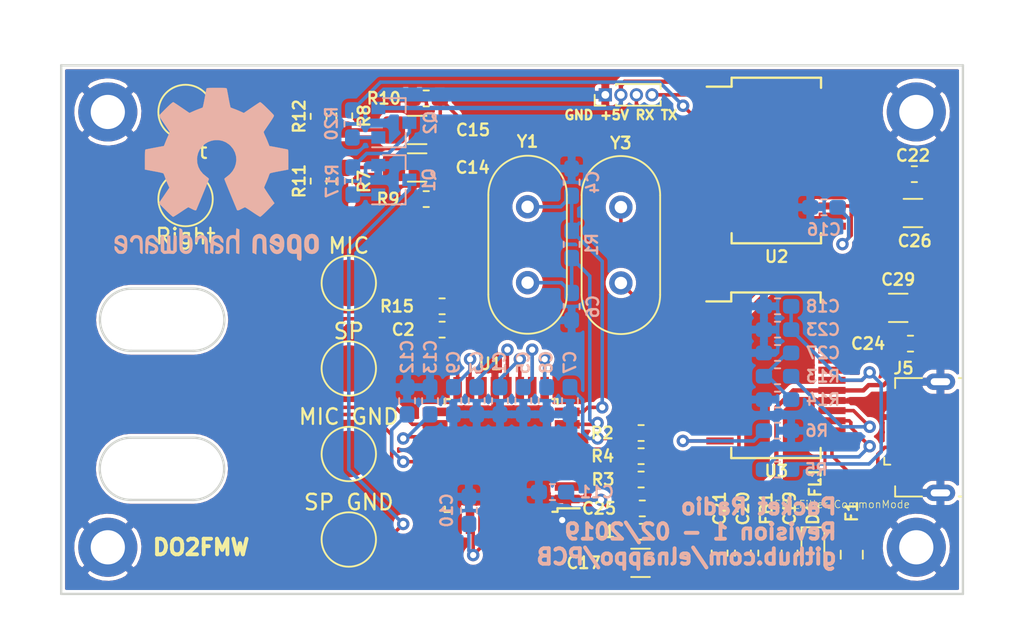
<source format=kicad_pcb>
(kicad_pcb (version 20171130) (host pcbnew "(5.0.1-3-g963ef8bb5)")
  (layers (0 F.Cu signal) (31 B.Cu signal) (34 B.Paste user hide) (35 F.Paste user) (36 B.SilkS user hide) (37 F.SilkS user) (38 B.Mask user hide) (39 F.Mask user) (44 Edge.Cuts user))
  (net 0 "")
  (net 1 BGND)
  (net 2 "Net-(C1-Pad2)")
  (net 3 VIN)
  (net 4 "Net-(C3-Pad2)")
  (net 5 XTI)
  (net 6 "Net-(C5-Pad2)")
  (net 7 XTO)
  (net 8 "Net-(C7-Pad2)")
  (net 9 "Net-(C8-Pad2)")
  (net 10 "Net-(C9-Pad2)")
  (net 11 VCCP)
  (net 12 VBUS_SC)
  (net 13 VCCR)
  (net 14 VCCL)
  (net 15 "Net-(C14-Pad2)")
  (net 16 VOUTR)
  (net 17 VOUTL)
  (net 18 "Net-(C15-Pad2)")
  (net 19 "Net-(C16-Pad2)")
  (net 20 "Net-(C19-Pad1)")
  (net 21 VBUS)
  (net 22 "Net-(F1-Pad2)")
  (net 23 RXD)
  (net 24 TXD)
  (net 25 MIC)
  (net 26 "Net-(Q1-Pad1)")
  (net 27 "Net-(Q2-Pad3)")
  (net 28 "Net-(Q2-Pad1)")
  (net 29 USB_SC_P)
  (net 30 USB_SC_N)
  (net 31 "Net-(R3-Pad2)")
  (net 32 "Net-(R4-Pad2)")
  (net 33 "Net-(R6-Pad2)")
  (net 34 RTS)
  (net 35 USB_FT_P)
  (net 36 USB_FT_N)
  (net 37 SP_GND)
  (net 38 VCC33)
  (net 39 "Net-(R5-Pad1)")
  (net 40 "Net-(U3-Pad2)")
  (net 41 "Net-(U3-Pad3)")
  (net 42 /SP)
  (net 43 "Net-(C27-Pad2)")
  (net 44 "Net-(R13-Pad2)")
  (net 45 "Net-(FL1-Pad3)")
  (net 46 "Net-(FL1-Pad1)")
  (net 47 USB_N)
  (net 48 USB_P)
  (net 49 "Net-(D1-Pad2)")
  (net 50 "Net-(C2-Pad2)")
  (module Package_QFP:TQFP-32_7x7mm_P0.8mm (layer F.Cu) (at 225.973565 95.61245 180)
    (fp_text reference U1 (at 0.697565 5.89245 180) (layer F.SilkS) (effects (font (size 0.75 0.75))))
    (fp_text value PCM2912APJT)
    (pad 1 smd rect (at -4.25 -2.8 180) (size 1.6 0.55) (layers F.Cu F.Paste F.Mask) (net 1 BGND))
    (pad 2 smd rect (at -4.25 -2 180) (size 1.6 0.55) (layers F.Cu F.Paste F.Mask) (net 12 VBUS_SC))
    (pad 3 smd rect (at -4.25 -1.2 180) (size 1.6 0.55) (layers F.Cu F.Paste F.Mask) (net 31 "Net-(R3-Pad2)"))
    (pad 4 smd rect (at -4.25 -0.4 180) (size 1.6 0.55) (layers F.Cu F.Paste F.Mask) (net 32 "Net-(R4-Pad2)"))
    (pad 5 smd rect (at -4.25 0.4 180) (size 1.6 0.55) (layers F.Cu F.Paste F.Mask) (net 8 "Net-(C7-Pad2)"))
    (pad 6 smd rect (at -4.25 1.2 180) (size 1.6 0.55) (layers F.Cu F.Paste F.Mask) (net 1 BGND))
    (pad 7 smd rect (at -4.25 2 180) (size 1.6 0.55) (layers F.Cu F.Paste F.Mask) (net 7 XTO))
    (pad 8 smd rect (at -4.25 2.8 180) (size 1.6 0.55) (layers F.Cu F.Paste F.Mask) (net 5 XTI))
    (pad 9 smd rect (at -2.8 4.25 270) (size 1.6 0.55) (layers F.Cu F.Paste F.Mask) (net 9 "Net-(C8-Pad2)"))
    (pad 10 smd rect (at -2 4.25 270) (size 1.6 0.55) (layers F.Cu F.Paste F.Mask) (net 6 "Net-(C5-Pad2)"))
    (pad 11 smd rect (at -1.2 4.25 270) (size 1.6 0.55) (layers F.Cu F.Paste F.Mask) (net 2 "Net-(C1-Pad2)"))
    (pad 12 smd rect (at -0.4 4.25 270) (size 1.6 0.55) (layers F.Cu F.Paste F.Mask) (net 4 "Net-(C3-Pad2)"))
    (pad 13 smd rect (at 0.4 4.25 270) (size 1.6 0.55) (layers F.Cu F.Paste F.Mask) (net 1 BGND))
    (pad 14 smd rect (at 1.2 4.25 270) (size 1.6 0.55) (layers F.Cu F.Paste F.Mask))
    (pad 15 smd rect (at 2 4.25 270) (size 1.6 0.55) (layers F.Cu F.Paste F.Mask) (net 10 "Net-(C9-Pad2)"))
    (pad 16 smd rect (at 2.8 4.25 270) (size 1.6 0.55) (layers F.Cu F.Paste F.Mask) (net 3 VIN))
    (pad 17 smd rect (at 4.25 2.8 180) (size 1.6 0.55) (layers F.Cu F.Paste F.Mask))
    (pad 18 smd rect (at 4.25 2 180) (size 1.6 0.55) (layers F.Cu F.Paste F.Mask) (net 17 VOUTL))
    (pad 19 smd rect (at 4.25 1.2 180) (size 1.6 0.55) (layers F.Cu F.Paste F.Mask) (net 14 VCCL))
    (pad 20 smd rect (at 4.25 0.4 180) (size 1.6 0.55) (layers F.Cu F.Paste F.Mask) (net 1 BGND))
    (pad 21 smd rect (at 4.25 -0.4 180) (size 1.6 0.55) (layers F.Cu F.Paste F.Mask) (net 13 VCCR))
    (pad 22 smd rect (at 4.25 -1.2 180) (size 1.6 0.55) (layers F.Cu F.Paste F.Mask) (net 16 VOUTR))
    (pad 23 smd rect (at 4.25 -2 180) (size 1.6 0.55) (layers F.Cu F.Paste F.Mask))
    (pad 24 smd rect (at 4.25 -2.8 180) (size 1.6 0.55) (layers F.Cu F.Paste F.Mask) (net 1 BGND))
    (pad 25 smd rect (at 2.8 -4.25 270) (size 1.6 0.55) (layers F.Cu F.Paste F.Mask) (net 1 BGND))
    (pad 26 smd rect (at 2 -4.25 270) (size 1.6 0.55) (layers F.Cu F.Paste F.Mask) (net 11 VCCP))
    (pad 27 smd rect (at 1.2 -4.25 270) (size 1.6 0.55) (layers F.Cu F.Paste F.Mask) (net 11 VCCP))
    (pad 28 smd rect (at 0.4 -4.25 270) (size 1.6 0.55) (layers F.Cu F.Paste F.Mask) (net 1 BGND))
    (pad 29 smd rect (at -0.4 -4.25 270) (size 1.6 0.55) (layers F.Cu F.Paste F.Mask))
    (pad 30 smd rect (at -1.2 -4.25 270) (size 1.6 0.55) (layers F.Cu F.Paste F.Mask))
    (pad 31 smd rect (at -2 -4.25 270) (size 1.6 0.55) (layers F.Cu F.Paste F.Mask))
    (pad 32 smd rect (at -2.8 -4.25 270) (size 1.6 0.55) (layers F.Cu F.Paste F.Mask))
  )
  (module Capacitor_SMD:C_0603_1608Metric_Pad1.05x0.95mm_HandSolder (layer B.Cu) (at 225.901 92.095 90)
    (fp_text reference C1 (at 2.44961 -0.022065 90) (layer B.SilkS) (effects (font (size 0.75 0.75)) (justify mirror)))
    (fp_text value "3.3 uF")
    (pad 1 smd roundrect (at -0.875 0 90) (size 1.05 0.95) (layers B.Cu B.Paste B.Mask) (net 1 BGND))
    (pad 2 smd roundrect (at 0.875 0 90) (size 1.05 0.95) (layers B.Cu B.Paste B.Mask) (net 2 "Net-(C1-Pad2)"))
  )
  (module Capacitor_SMD:C_0603_1608Metric_Pad1.05x0.95mm_HandSolder (layer F.Cu) (at 222.176 87.52)
    (fp_text reference C2 (at -2.5 0 180) (layer F.SilkS) (effects (font (size 0.75 0.75))))
    (fp_text value "3.3 uF")
    (pad 1 smd roundrect (at -0.875 0) (size 1.05 0.95) (layers F.Cu F.Paste F.Mask) (net 3 VIN))
    (pad 2 smd roundrect (at 0.875 0) (size 1.05 0.95) (layers F.Cu F.Paste F.Mask) (net 50 "Net-(C2-Pad2)"))
  )
  (module Capacitor_SMD:C_0603_1608Metric_Pad1.05x0.95mm_HandSolder (layer B.Cu) (at 224.401 92.095 90)
    (fp_text reference C3 (at 2.47501 0.003335 90) (layer B.SilkS) (effects (font (size 0.75 0.75)) (justify mirror)))
    (fp_text value "100 nF")
    (pad 2 smd roundrect (at 0.875 0 90) (size 1.05 0.95) (layers B.Cu B.Paste B.Mask) (net 4 "Net-(C3-Pad2)"))
    (pad 1 smd roundrect (at -0.875 0 90) (size 1.05 0.95) (layers B.Cu B.Paste B.Mask) (net 1 BGND))
  )
  (module Capacitor_SMD:C_0603_1608Metric_Pad1.05x0.95mm_HandSolder (layer B.Cu) (at 230.50827 78.037255 270)
    (fp_text reference C4 (at 0 -1.36398 270) (layer B.SilkS) (effects (font (size 0.75 0.75)) (justify mirror)))
    (fp_text value "30 pF")
    (pad 2 smd roundrect (at 0.875 0 270) (size 1.05 0.95) (layers B.Cu B.Paste B.Mask) (net 5 XTI))
    (pad 1 smd roundrect (at -0.875 0 270) (size 1.05 0.95) (layers B.Cu B.Paste B.Mask) (net 1 BGND))
  )
  (module Capacitor_SMD:C_0603_1608Metric_Pad1.05x0.95mm_HandSolder (layer B.Cu) (at 227.401 92.095 90)
    (fp_text reference C5 (at 2.44961 0.003335 90) (layer B.SilkS) (effects (font (size 0.75 0.75)) (justify mirror)))
    (fp_text value "100 pF")
    (pad 1 smd roundrect (at -0.875 0 90) (size 1.05 0.95) (layers B.Cu B.Paste B.Mask) (net 1 BGND))
    (pad 2 smd roundrect (at 0.875 0 90) (size 1.05 0.95) (layers B.Cu B.Paste B.Mask) (net 6 "Net-(C5-Pad2)"))
  )
  (module Capacitor_SMD:C_0603_1608Metric_Pad1.05x0.95mm_HandSolder (layer B.Cu) (at 230.50827 86.037255 270)
    (fp_text reference C6 (at 0.00638 -1.36398 270) (layer B.SilkS) (effects (font (size 0.75 0.75)) (justify mirror)))
    (fp_text value "30 pF")
    (pad 1 smd roundrect (at -0.875 0 270) (size 1.05 0.95) (layers B.Cu B.Paste B.Mask) (net 7 XTO))
    (pad 2 smd roundrect (at 0.875 0 270) (size 1.05 0.95) (layers B.Cu B.Paste B.Mask) (net 1 BGND))
  )
  (module Capacitor_SMD:C_0603_1608Metric_Pad1.05x0.95mm_HandSolder (layer B.Cu) (at 230.401 92.095 90)
    (fp_text reference C7 (at 2.475 0.00019 90) (layer B.SilkS) (effects (font (size 0.75 0.75)) (justify mirror)))
    (fp_text value "1 uF")
    (pad 2 smd roundrect (at 0.875 0 90) (size 1.05 0.95) (layers B.Cu B.Paste B.Mask) (net 8 "Net-(C7-Pad2)"))
    (pad 1 smd roundrect (at -0.875 0 90) (size 1.05 0.95) (layers B.Cu B.Paste B.Mask) (net 1 BGND))
  )
  (module Capacitor_SMD:C_0603_1608Metric_Pad1.05x0.95mm_HandSolder (layer B.Cu) (at 228.901 92.095 90)
    (fp_text reference C8 (at 2.47501 -0.022065 90) (layer B.SilkS) (effects (font (size 0.75 0.75)) (justify mirror)))
    (fp_text value "100 pF")
    (pad 2 smd roundrect (at 0.875 0 90) (size 1.05 0.95) (layers B.Cu B.Paste B.Mask) (net 9 "Net-(C8-Pad2)"))
    (pad 1 smd roundrect (at -0.875 0 90) (size 1.05 0.95) (layers B.Cu B.Paste B.Mask) (net 1 BGND))
  )
  (module Capacitor_SMD:C_0603_1608Metric_Pad1.05x0.95mm_HandSolder (layer B.Cu) (at 222.901 92.095 90)
    (fp_text reference C9 (at 2.47501 0.003335 90) (layer B.SilkS) (effects (font (size 0.75 0.75)) (justify mirror)))
    (fp_text value "1 uF")
    (pad 2 smd roundrect (at 0.875 0 90) (size 1.05 0.95) (layers B.Cu B.Paste B.Mask) (net 10 "Net-(C9-Pad2)"))
    (pad 1 smd roundrect (at -0.875 0 90) (size 1.05 0.95) (layers B.Cu B.Paste B.Mask) (net 1 BGND))
  )
  (module Capacitor_SMD:C_0603_1608Metric_Pad1.05x0.95mm_HandSolder (layer B.Cu) (at 223.901 99.145 270)
    (fp_text reference C10 (at 0 1.43 270) (layer B.SilkS) (effects (font (size 0.75 0.75)) (justify mirror)))
    (fp_text value "1 uF")
    (pad 2 smd roundrect (at 0.875 0 270) (size 1.05 0.95) (layers B.Cu B.Paste B.Mask) (net 11 VCCP))
    (pad 1 smd roundrect (at -0.875 0 270) (size 1.05 0.95) (layers B.Cu B.Paste B.Mask) (net 1 BGND))
  )
  (module Capacitor_SMD:C_0603_1608Metric_Pad1.05x0.95mm_HandSolder (layer B.Cu) (at 229.276 97.97 180)
    (fp_text reference C11 (at -2.855465 0.00019 180) (layer B.SilkS) (effects (font (size 0.75 0.75)) (justify mirror)))
    (fp_text value "1 uF")
    (pad 1 smd roundrect (at -0.875 0 180) (size 1.05 0.95) (layers B.Cu B.Paste B.Mask) (net 12 VBUS_SC))
    (pad 2 smd roundrect (at 0.875 0 180) (size 1.05 0.95) (layers B.Cu B.Paste B.Mask) (net 1 BGND))
  )
  (module Capacitor_SMD:C_0603_1608Metric_Pad1.05x0.95mm_HandSolder (layer B.Cu) (at 219.926 92.095 270)
    (fp_text reference C12 (at -2.825 0 270) (layer B.SilkS) (effects (font (size 0.75 0.75)) (justify mirror)))
    (fp_text value "1 uF")
    (pad 1 smd roundrect (at -0.875 0 270) (size 1.05 0.95) (layers B.Cu B.Paste B.Mask) (net 1 BGND))
    (pad 2 smd roundrect (at 0.875 0 270) (size 1.05 0.95) (layers B.Cu B.Paste B.Mask) (net 13 VCCR))
  )
  (module Capacitor_SMD:C_0603_1608Metric_Pad1.05x0.95mm_HandSolder (layer B.Cu) (at 221.401 92.095 90)
    (fp_text reference C13 (at 2.825 0.025 90) (layer B.SilkS) (effects (font (size 0.75 0.75)) (justify mirror)))
    (fp_text value "1 uF")
    (pad 2 smd roundrect (at 0.875 0 90) (size 1.05 0.95) (layers B.Cu B.Paste B.Mask) (net 1 BGND))
    (pad 1 smd roundrect (at -0.875 0 90) (size 1.05 0.95) (layers B.Cu B.Paste B.Mask) (net 14 VCCL))
  )
  (module Capacitor_SMD:C_1206_3216Metric_Pad1.42x1.75mm_HandSolder (layer F.Cu) (at 220.5705 77.092 180)
    (fp_text reference C14 (at -3.5703 0 180) (layer F.SilkS) (effects (font (size 0.75 0.75))))
    (fp_text value "100 uF")
    (pad 2 smd roundrect (at 1.4875 0 180) (size 1.425 1.75) (layers F.Cu F.Paste F.Mask) (roundrect_rratio 0.175439) (net 15 "Net-(C14-Pad2)"))
    (pad 1 smd roundrect (at -1.4875 0 180) (size 1.425 1.75) (layers F.Cu F.Paste F.Mask) (roundrect_rratio 0.175439) (net 16 VOUTR))
  )
  (module Capacitor_SMD:C_1206_3216Metric_Pad1.42x1.75mm_HandSolder (layer F.Cu) (at 220.5705 74.679 180)
    (fp_text reference C15 (at -3.5957 0 180) (layer F.SilkS) (effects (font (size 0.75 0.75))))
    (fp_text value "100 uF")
    (pad 1 smd roundrect (at -1.4875 0 180) (size 1.425 1.75) (layers F.Cu F.Paste F.Mask) (roundrect_rratio 0.175439) (net 17 VOUTL))
    (pad 2 smd roundrect (at 1.4875 0 180) (size 1.425 1.75) (layers F.Cu F.Paste F.Mask) (roundrect_rratio 0.175439) (net 18 "Net-(C15-Pad2)"))
  )
  (module Capacitor_SMD:C_0603_1608Metric_Pad1.05x0.95mm_HandSolder (layer B.Cu) (at 246.734982 79.654128)
    (fp_text reference C16 (at 0 1.43) (layer B.SilkS) (effects (font (size 0.75 0.75)) (justify mirror)))
    (fp_text value "100 nF")
    (pad 1 smd roundrect (at -0.875 0) (size 1.05 0.95) (layers B.Cu B.Paste B.Mask) (net 1 BGND))
    (pad 2 smd roundrect (at 0.875 0) (size 1.05 0.95) (layers B.Cu B.Paste B.Mask) (net 19 "Net-(C16-Pad2)"))
  )
  (module Capacitor_SMD:C_0603_1608Metric_Pad1.05x0.95mm_HandSolder (layer F.Cu) (at 244.526 101.895 270)
    (fp_text reference C19 (at -2.875 0 90) (layer F.SilkS) (effects (font (size 0.75 0.75))))
    (fp_text value "10 nF")
    (pad 1 smd roundrect (at -0.875 0 270) (size 1.05 0.95) (layers F.Cu F.Paste F.Mask) (net 20 "Net-(C19-Pad1)"))
    (pad 2 smd roundrect (at 0.875 0 270) (size 1.05 0.95) (layers F.Cu F.Paste F.Mask) (net 1 BGND))
  )
  (module Capacitor_SMD:C_0603_1608Metric_Pad1.05x0.95mm_HandSolder (layer F.Cu) (at 241.526 101.895 90)
    (fp_text reference C20 (at 2.875 0 270) (layer F.SilkS) (effects (font (size 0.75 0.75))))
    (fp_text value "100 nF")
    (pad 1 smd roundrect (at -0.875 0 90) (size 1.05 0.95) (layers F.Cu F.Paste F.Mask) (net 21 VBUS))
    (pad 2 smd roundrect (at 0.875 0 90) (size 1.05 0.95) (layers F.Cu F.Paste F.Mask) (net 1 BGND))
  )
  (module Capacitor_SMD:C_0603_1608Metric_Pad1.05x0.95mm_HandSolder (layer F.Cu) (at 240.026 101.895 270)
    (fp_text reference C21 (at -2.875 0 90) (layer F.SilkS) (effects (font (size 0.75 0.75))))
    (fp_text value "4.7 uF")
    (pad 2 smd roundrect (at 0.875 0 270) (size 1.05 0.95) (layers F.Cu F.Paste F.Mask) (net 21 VBUS))
    (pad 1 smd roundrect (at -0.875 0 270) (size 1.05 0.95) (layers F.Cu F.Paste F.Mask) (net 1 BGND))
  )
  (module Capacitor_SMD:C_1206_3216Metric_Pad1.42x1.75mm_HandSolder (layer F.Cu) (at 252.4635 80.02 180)
    (fp_text reference C22 (at 0 3.7 180) (layer F.SilkS) (effects (font (size 0.75 0.75))))
    (fp_text value "150 uF")
    (pad 1 smd roundrect (at -1.4875 0 180) (size 1.425 1.75) (layers F.Cu F.Paste F.Mask) (roundrect_rratio 0.175439) (net 1 BGND))
    (pad 2 smd roundrect (at 1.4875 0 180) (size 1.425 1.75) (layers F.Cu F.Paste F.Mask) (roundrect_rratio 0.175439) (net 21 VBUS))
  )
  (module Capacitor_SMD:C_0603_1608Metric_Pad1.05x0.95mm_HandSolder (layer B.Cu) (at 243.751 87.52 180)
    (fp_text reference C23 (at -2.925 0 180) (layer B.SilkS) (effects (font (size 0.75 0.75)) (justify mirror)))
    (fp_text value "4.7 uF")
    (pad 1 smd roundrect (at -0.875 0 180) (size 1.05 0.95) (layers B.Cu B.Paste B.Mask) (net 38 VCC33))
    (pad 2 smd roundrect (at 0.875 0 180) (size 1.05 0.95) (layers B.Cu B.Paste B.Mask) (net 1 BGND))
  )
  (module Capacitor_SMD:C_0603_1608Metric_Pad1.05x0.95mm_HandSolder (layer F.Cu) (at 252.301 88.42)
    (fp_text reference C24 (at -2.725 0) (layer F.SilkS) (effects (font (size 0.75 0.75))))
    (fp_text value "100 nF")
    (pad 1 smd roundrect (at -0.875 0) (size 1.05 0.95) (layers F.Cu F.Paste F.Mask) (net 21 VBUS))
    (pad 2 smd roundrect (at 0.875 0) (size 1.05 0.95) (layers F.Cu F.Paste F.Mask) (net 1 BGND))
  )
  (module Fuse:Fuse_0805_2012Metric_Pad1.15x1.40mm_HandSolder (layer F.Cu) (at 248.526 101.995 90)
    (fp_text reference F1 (at 2.775 0 90) (layer F.SilkS) (effects (font (size 0.75 0.75))))
    (fp_text value "500 mA")
    (pad 1 smd roundrect (at -1.025 0 90) (size 1.15 1.4) (layers F.Cu F.Paste F.Mask) (roundrect_rratio 0.217391) (net 49 "Net-(D1-Pad2)"))
    (pad 2 smd roundrect (at 1.025 0 90) (size 1.15 1.4) (layers F.Cu F.Paste F.Mask) (roundrect_rratio 0.217391) (net 22 "Net-(F1-Pad2)"))
  )
  (module Capacitor_SMD:C_0603_1608Metric_Pad1.05x0.95mm_HandSolder (layer F.Cu) (at 243.026 101.895 90)
    (fp_text reference FB1 (at 2.875 0 270) (layer F.SilkS) (effects (font (size 0.75 0.75))))
    (fp_text value Ferrite_Bead)
    (pad 2 smd roundrect (at 0.875 0 90) (size 1.05 0.95) (layers F.Cu F.Paste F.Mask) (net 20 "Net-(C19-Pad1)"))
    (pad 1 smd roundrect (at -0.875 0 90) (size 1.05 0.95) (layers F.Cu F.Paste F.Mask) (net 21 VBUS))
  )
  (module Connector_USB:USB_Micro-B_GCT_USB3076-30-A (layer F.Cu) (at 253.026 94.445 90)
    (fp_text reference J5 (at 4.445 -1.1684 180) (layer F.SilkS) (effects (font (size 0.75 0.75))))
    (fp_text value USB_B_Micro)
    (pad 6 smd rect (at 1.125 1.2 90) (size 1.75 1.9) (layers F.Cu F.Paste F.Mask) (net 1 BGND))
    (pad 2 smd rect (at -0.65 -1.45 90) (size 0.4 1.4) (layers F.Cu F.Paste F.Mask) (net 45 "Net-(FL1-Pad3)"))
    (pad 1 smd rect (at -1.3 -1.45 90) (size 0.4 1.4) (layers F.Cu F.Paste F.Mask) (net 22 "Net-(F1-Pad2)"))
    (pad 5 smd rect (at 1.3 -1.45 90) (size 0.4 1.4) (layers F.Cu F.Paste F.Mask) (net 1 BGND))
    (pad 4 smd rect (at 0.65 -1.45 90) (size 0.4 1.4) (layers F.Cu F.Paste F.Mask))
    (pad 3 smd rect (at 0 -1.45 90) (size 0.4 1.4) (layers F.Cu F.Paste F.Mask) (net 46 "Net-(FL1-Pad1)"))
    (pad 6 smd rect (at -1.125 1.2 90) (size 1.75 1.9) (layers F.Cu F.Paste F.Mask) (net 1 BGND))
    (pad 6 thru_hole oval (at -3.575 1.2 270) (size 1.05 1.9) (drill oval 0.45 1.25) (layers *.Cu *.Mask) (net 1 BGND))
    (pad 6 thru_hole oval (at 3.575 1.2 90) (size 1.05 1.9) (drill oval 0.45 1.25) (layers *.Cu *.Mask) (net 1 BGND))
    (pad 6 smd rect (at 2.32 -1.03 90) (size 1.15 1.45) (layers F.Cu F.Paste F.Mask) (net 1 BGND))
    (pad 6 smd rect (at -2.32 -1.03 90) (size 1.15 1.45) (layers F.Cu F.Paste F.Mask) (net 1 BGND))
  )
  (module Inductor_SMD:L_0603_1608Metric_Pad1.05x0.95mm_HandSolder (layer F.Cu) (at 235.051 100.52 180)
    (fp_text reference L1 (at 2.395665 0.00019 180) (layer F.SilkS) (effects (font (size 0.75 0.75))))
    (fp_text value "1 uH")
    (pad 1 smd roundrect (at -0.875 0 180) (size 1.05 0.95) (layers F.Cu F.Paste F.Mask) (net 21 VBUS))
    (pad 2 smd roundrect (at 0.875 0 180) (size 1.05 0.95) (layers F.Cu F.Paste F.Mask) (net 12 VBUS_SC))
  )
  (module Package_TO_SOT_SMD:SOT-23 (layer B.Cu) (at 219.070038 77.884105)
    (fp_text reference Q1 (at 2.2639 0.0102 -90) (layer B.SilkS) (effects (font (size 0.75 0.75)) (justify mirror)))
    (fp_text value BC847)
    (pad 1 smd rect (at -1 0.95) (size 0.9 0.8) (layers B.Cu B.Paste B.Mask) (net 26 "Net-(Q1-Pad1)"))
    (pad 2 smd rect (at -1 -0.95) (size 0.9 0.8) (layers B.Cu B.Paste B.Mask) (net 1 BGND))
    (pad 3 smd rect (at 1 0) (size 0.9 0.8) (layers B.Cu B.Paste B.Mask) (net 37 SP_GND))
  )
  (module Package_TO_SOT_SMD:SOT-23 (layer B.Cu) (at 219.073338 74.211305)
    (fp_text reference Q2 (at 2.3368 0 -90) (layer B.SilkS) (effects (font (size 0.75 0.75)) (justify mirror)))
    (fp_text value BC857)
    (pad 3 smd rect (at 1 0) (size 0.9 0.8) (layers B.Cu B.Paste B.Mask) (net 27 "Net-(Q2-Pad3)"))
    (pad 2 smd rect (at -1 -0.95) (size 0.9 0.8) (layers B.Cu B.Paste B.Mask) (net 21 VBUS))
    (pad 1 smd rect (at -1 0.95) (size 0.9 0.8) (layers B.Cu B.Paste B.Mask) (net 28 "Net-(Q2-Pad1)"))
  )
  (module Resistor_SMD:R_0603_1608Metric_Pad1.05x0.95mm_HandSolder (layer B.Cu) (at 230.50827 82.037255 90)
    (fp_text reference R1 (at -0.0114 1.2954 90) (layer B.SilkS) (effects (font (size 0.75 0.75)) (justify mirror)))
    (fp_text value 1M)
    (pad 1 smd roundrect (at -0.875 0 90) (size 1.05 0.95) (layers B.Cu B.Paste B.Mask) (net 7 XTO))
    (pad 2 smd roundrect (at 0.875 0 90) (size 1.05 0.95) (layers B.Cu B.Paste B.Mask) (net 5 XTI))
  )
  (module Resistor_SMD:R_0603_1608Metric_Pad1.05x0.95mm_HandSolder (layer F.Cu) (at 234.976 94.17)
    (fp_text reference R2 (at -2.497265 -0.00019) (layer F.SilkS) (effects (font (size 0.75 0.75))))
    (fp_text value 1.5k)
    (pad 1 smd roundrect (at -0.875 0) (size 1.05 0.95) (layers F.Cu F.Paste F.Mask) (net 8 "Net-(C7-Pad2)"))
    (pad 2 smd roundrect (at 0.875 0) (size 1.05 0.95) (layers F.Cu F.Paste F.Mask) (net 29 USB_SC_P))
  )
  (module Resistor_SMD:R_0603_1608Metric_Pad1.05x0.95mm_HandSolder (layer F.Cu) (at 234.976 97.16 180)
    (fp_text reference R3 (at 2.449065 0.00019 180) (layer F.SilkS) (effects (font (size 0.75 0.75))))
    (fp_text value 22)
    (pad 1 smd roundrect (at -0.875 0 180) (size 1.05 0.95) (layers F.Cu F.Paste F.Mask) (net 30 USB_SC_N))
    (pad 2 smd roundrect (at 0.875 0 180) (size 1.05 0.95) (layers F.Cu F.Paste F.Mask) (net 31 "Net-(R3-Pad2)"))
  )
  (module Resistor_SMD:R_0603_1608Metric_Pad1.05x0.95mm_HandSolder (layer F.Cu) (at 234.976 95.66 180)
    (fp_text reference R4 (at 2.474465 0.00019 180) (layer F.SilkS) (effects (font (size 0.75 0.75))))
    (fp_text value 22)
    (pad 2 smd roundrect (at 0.875 0 180) (size 1.05 0.95) (layers F.Cu F.Paste F.Mask) (net 32 "Net-(R4-Pad2)"))
    (pad 1 smd roundrect (at -0.875 0 180) (size 1.05 0.95) (layers F.Cu F.Paste F.Mask) (net 29 USB_SC_P))
  )
  (module Resistor_SMD:R_0603_1608Metric_Pad1.05x0.95mm_HandSolder (layer B.Cu) (at 243.751 96.52)
    (fp_text reference R5 (at 2.475 0) (layer B.SilkS) (effects (font (size 0.75 0.75)) (justify mirror)))
    (fp_text value 10k)
    (pad 2 smd roundrect (at 0.875 0) (size 1.05 0.95) (layers B.Cu B.Paste B.Mask) (net 38 VCC33))
    (pad 1 smd roundrect (at -0.875 0) (size 1.05 0.95) (layers B.Cu B.Paste B.Mask) (net 39 "Net-(R5-Pad1)"))
  )
  (module Resistor_SMD:R_0603_1608Metric_Pad1.05x0.95mm_HandSolder (layer B.Cu) (at 243.751 94.02 180)
    (fp_text reference R6 (at -2.525 0 180) (layer B.SilkS) (effects (font (size 0.75 0.75)) (justify mirror)))
    (fp_text value 2.7k)
    (pad 1 smd roundrect (at -0.875 0 180) (size 1.05 0.95) (layers B.Cu B.Paste B.Mask) (net 1 BGND))
    (pad 2 smd roundrect (at 0.875 0 180) (size 1.05 0.95) (layers B.Cu B.Paste B.Mask) (net 33 "Net-(R6-Pad2)"))
  )
  (module Resistor_SMD:R_0603_1608Metric_Pad1.05x0.95mm_HandSolder (layer F.Cu) (at 215.8858 77.995 90)
    (fp_text reference R7 (at 0 1.27 90) (layer F.SilkS) (effects (font (size 0.75 0.75))))
    (fp_text value 3.3k)
    (pad 2 smd roundrect (at 0.875 0 90) (size 1.05 0.95) (layers F.Cu F.Paste F.Mask) (net 15 "Net-(C14-Pad2)"))
    (pad 1 smd roundrect (at -0.875 0 90) (size 1.05 0.95) (layers F.Cu F.Paste F.Mask) (net 1 BGND))
  )
  (module Resistor_SMD:R_0603_1608Metric_Pad1.05x0.95mm_HandSolder (layer F.Cu) (at 215.8858 73.776 90)
    (fp_text reference R8 (at 0 1.27 90) (layer F.SilkS) (effects (font (size 0.75 0.75))))
    (fp_text value 3.3k)
    (pad 2 smd roundrect (at 0.875 0 90) (size 1.05 0.95) (layers F.Cu F.Paste F.Mask) (net 1 BGND))
    (pad 1 smd roundrect (at -0.875 0 90) (size 1.05 0.95) (layers F.Cu F.Paste F.Mask) (net 18 "Net-(C15-Pad2)"))
  )
  (module Resistor_SMD:R_0603_1608Metric_Pad1.05x0.95mm_HandSolder (layer F.Cu) (at 221.155 79.124)
    (fp_text reference R9 (at -2.4498 0) (layer F.SilkS) (effects (font (size 0.75 0.75))))
    (fp_text value 3.3k)
    (pad 1 smd roundrect (at -0.875 0) (size 1.05 0.95) (layers F.Cu F.Paste F.Mask) (net 1 BGND))
    (pad 2 smd roundrect (at 0.875 0) (size 1.05 0.95) (layers F.Cu F.Paste F.Mask) (net 16 VOUTR))
  )
  (module Resistor_SMD:R_0603_1608Metric_Pad1.05x0.95mm_HandSolder (layer F.Cu) (at 221.155 72.647 180)
    (fp_text reference R10 (at 2.7292 0 180) (layer F.SilkS) (effects (font (size 0.75 0.75))))
    (fp_text value 3.3k)
    (pad 2 smd roundrect (at 0.875 0 180) (size 1.05 0.95) (layers F.Cu F.Paste F.Mask) (net 1 BGND))
    (pad 1 smd roundrect (at -0.875 0 180) (size 1.05 0.95) (layers F.Cu F.Paste F.Mask) (net 17 VOUTL))
  )
  (module Resistor_SMD:R_0603_1608Metric_Pad1.05x0.95mm_HandSolder (layer F.Cu) (at 214.2348 77.967 270)
    (fp_text reference R11 (at 0 1.2446 270) (layer F.SilkS) (effects (font (size 0.75 0.75))))
    (fp_text value 1k)
    (pad 2 smd roundrect (at 0.875 0 270) (size 1.05 0.95) (layers F.Cu F.Paste F.Mask) (net 15 "Net-(C14-Pad2)"))
    (pad 1 smd roundrect (at -0.875 0 270) (size 1.05 0.95) (layers F.Cu F.Paste F.Mask) (net 25 MIC))
  )
  (module Resistor_SMD:R_0603_1608Metric_Pad1.05x0.95mm_HandSolder (layer F.Cu) (at 214.2348 73.804 270)
    (fp_text reference R12 (at 0 1.2446 270) (layer F.SilkS) (effects (font (size 0.75 0.75))))
    (fp_text value 1k)
    (pad 1 smd roundrect (at -0.875 0 270) (size 1.05 0.95) (layers F.Cu F.Paste F.Mask) (net 18 "Net-(C15-Pad2)"))
    (pad 2 smd roundrect (at 0.875 0 270) (size 1.05 0.95) (layers F.Cu F.Paste F.Mask) (net 25 MIC))
  )
  (module Resistor_SMD:R_0603_1608Metric_Pad1.05x0.95mm_HandSolder (layer B.Cu) (at 216.431738 77.959105 90)
    (fp_text reference R17 (at 0 -1.3208 90) (layer B.SilkS) (effects (font (size 0.75 0.75)) (justify mirror)))
    (fp_text value 2.2k)
    (pad 1 smd roundrect (at -0.875 0 90) (size 1.05 0.95) (layers B.Cu B.Paste B.Mask) (net 26 "Net-(Q1-Pad1)"))
    (pad 2 smd roundrect (at 0.875 0 90) (size 1.05 0.95) (layers B.Cu B.Paste B.Mask) (net 27 "Net-(Q2-Pad3)"))
  )
  (module Resistor_SMD:R_0603_1608Metric_Pad1.05x0.95mm_HandSolder (layer B.Cu) (at 216.406338 74.288805 270)
    (fp_text reference R20 (at -0.0267 1.3462 270) (layer B.SilkS) (effects (font (size 0.75 0.75)) (justify mirror)))
    (fp_text value 2.2k)
    (pad 2 smd roundrect (at 0.875 0 270) (size 1.05 0.95) (layers B.Cu B.Paste B.Mask) (net 28 "Net-(Q2-Pad1)"))
    (pad 1 smd roundrect (at -0.875 0 270) (size 1.05 0.95) (layers B.Cu B.Paste B.Mask) (net 34 RTS))
  )
  (module Package_SO:SSOP-28_5.3x10.2mm_P0.65mm (layer F.Cu) (at 243.673662 76.642508)
    (fp_text reference U2 (at 0.02032 6.17982) (layer F.SilkS) (effects (font (size 0.75 0.75))))
    (fp_text value FT232RL)
    (pad 1 smd rect (at -3.6 -4.225) (size 1.75 0.45) (layers F.Cu F.Paste F.Mask) (net 24 TXD))
    (pad 2 smd rect (at -3.6 -3.575) (size 1.75 0.45) (layers F.Cu F.Paste F.Mask))
    (pad 3 smd rect (at -3.6 -2.925) (size 1.75 0.45) (layers F.Cu F.Paste F.Mask) (net 34 RTS))
    (pad 4 smd rect (at -3.6 -2.275) (size 1.75 0.45) (layers F.Cu F.Paste F.Mask) (net 21 VBUS))
    (pad 5 smd rect (at -3.6 -1.625) (size 1.75 0.45) (layers F.Cu F.Paste F.Mask) (net 23 RXD))
    (pad 6 smd rect (at -3.6 -0.975) (size 1.75 0.45) (layers F.Cu F.Paste F.Mask))
    (pad 7 smd rect (at -3.6 -0.325) (size 1.75 0.45) (layers F.Cu F.Paste F.Mask) (net 1 BGND))
    (pad 8 smd rect (at -3.6 0.325) (size 1.75 0.45) (layers F.Cu F.Paste F.Mask))
    (pad 9 smd rect (at -3.6 0.975) (size 1.75 0.45) (layers F.Cu F.Paste F.Mask))
    (pad 10 smd rect (at -3.6 1.625) (size 1.75 0.45) (layers F.Cu F.Paste F.Mask))
    (pad 11 smd rect (at -3.6 2.275) (size 1.75 0.45) (layers F.Cu F.Paste F.Mask))
    (pad 12 smd rect (at -3.6 2.925) (size 1.75 0.45) (layers F.Cu F.Paste F.Mask))
    (pad 13 smd rect (at -3.6 3.575) (size 1.75 0.45) (layers F.Cu F.Paste F.Mask))
    (pad 14 smd rect (at -3.6 4.225) (size 1.75 0.45) (layers F.Cu F.Paste F.Mask))
    (pad 15 smd rect (at 3.6 4.225) (size 1.75 0.45) (layers F.Cu F.Paste F.Mask) (net 35 USB_FT_P))
    (pad 16 smd rect (at 3.6 3.575) (size 1.75 0.45) (layers F.Cu F.Paste F.Mask) (net 36 USB_FT_N))
    (pad 17 smd rect (at 3.6 2.925) (size 1.75 0.45) (layers F.Cu F.Paste F.Mask) (net 19 "Net-(C16-Pad2)"))
    (pad 18 smd rect (at 3.6 2.275) (size 1.75 0.45) (layers F.Cu F.Paste F.Mask) (net 1 BGND))
    (pad 19 smd rect (at 3.6 1.625) (size 1.75 0.45) (layers F.Cu F.Paste F.Mask))
    (pad 20 smd rect (at 3.6 0.975) (size 1.75 0.45) (layers F.Cu F.Paste F.Mask) (net 21 VBUS))
    (pad 21 smd rect (at 3.6 0.325) (size 1.75 0.45) (layers F.Cu F.Paste F.Mask) (net 1 BGND))
    (pad 22 smd rect (at 3.6 -0.325) (size 1.75 0.45) (layers F.Cu F.Paste F.Mask))
    (pad 23 smd rect (at 3.6 -0.975) (size 1.75 0.45) (layers F.Cu F.Paste F.Mask))
    (pad 24 smd rect (at 3.6 -1.625) (size 1.75 0.45) (layers F.Cu F.Paste F.Mask))
    (pad 25 smd rect (at 3.6 -2.275) (size 1.75 0.45) (layers F.Cu F.Paste F.Mask) (net 1 BGND))
    (pad 26 smd rect (at 3.6 -2.925) (size 1.75 0.45) (layers F.Cu F.Paste F.Mask) (net 1 BGND))
    (pad 27 smd rect (at 3.6 -3.575) (size 1.75 0.45) (layers F.Cu F.Paste F.Mask))
    (pad 28 smd rect (at 3.6 -4.225) (size 1.75 0.45) (layers F.Cu F.Paste F.Mask))
  )
  (module Capacitor_SMD:C_1206_3216Metric_Pad1.42x1.75mm_HandSolder (layer F.Cu) (at 234.9385 102.52 180)
    (fp_text reference C17 (at 3.6625 0 180) (layer F.SilkS) (effects (font (size 0.75 0.75))))
    (fp_text value "150 uF")
    (pad 1 smd roundrect (at -1.4875 0 180) (size 1.425 1.75) (layers F.Cu F.Paste F.Mask) (roundrect_rratio 0.175439) (net 1 BGND))
    (pad 2 smd roundrect (at 1.4875 0 180) (size 1.425 1.75) (layers F.Cu F.Paste F.Mask) (roundrect_rratio 0.175439) (net 12 VBUS_SC))
  )
  (module Capacitor_SMD:C_0603_1608Metric_Pad1.05x0.95mm_HandSolder (layer B.Cu) (at 243.751 86.02 180)
    (fp_text reference C18 (at -2.925 0 180) (layer B.SilkS) (effects (font (size 0.75 0.75)) (justify mirror)))
    (fp_text value "100 nF")
    (pad 2 smd roundrect (at 0.875 0 180) (size 1.05 0.95) (layers B.Cu B.Paste B.Mask) (net 1 BGND))
    (pad 1 smd roundrect (at -0.875 0 180) (size 1.05 0.95) (layers B.Cu B.Paste B.Mask) (net 38 VCC33))
  )
  (module Capacitor_SMD:C_0603_1608Metric_Pad1.05x0.95mm_HandSolder (layer B.Cu) (at 243.751 89.02)
    (fp_text reference C27 (at 2.925 0) (layer B.SilkS) (effects (font (size 0.75 0.75)) (justify mirror)))
    (fp_text value "100 nF")
    (pad 1 smd roundrect (at -0.875 0) (size 1.05 0.95) (layers B.Cu B.Paste B.Mask) (net 1 BGND))
    (pad 2 smd roundrect (at 0.875 0) (size 1.05 0.95) (layers B.Cu B.Paste B.Mask) (net 43 "Net-(C27-Pad2)"))
  )
  (module Capacitor_SMD:C_1206_3216Metric_Pad1.42x1.75mm_HandSolder (layer F.Cu) (at 251.5135 86.12)
    (fp_text reference C29 (at 0 -1.82) (layer F.SilkS) (effects (font (size 0.75 0.75))))
    (fp_text value "150 uF")
    (pad 1 smd roundrect (at -1.4875 0) (size 1.425 1.75) (layers F.Cu F.Paste F.Mask) (roundrect_rratio 0.175439) (net 21 VBUS))
    (pad 2 smd roundrect (at 1.4875 0) (size 1.425 1.75) (layers F.Cu F.Paste F.Mask) (roundrect_rratio 0.175439) (net 1 BGND))
  )
  (module MountingHole:MountingHole_2.2mm_M2_DIN965_Pad (layer F.Cu) (at 200.676 101.52)
    (fp_text reference H1 hide)
    (fp_text value MountingHole_Pad)
    (pad 1 thru_hole circle (at 0 0) (size 3.8 3.8) (drill 2.2) (layers *.Cu *.Mask) (net 1 BGND))
  )
  (module MountingHole:MountingHole_2.2mm_M2_DIN965_Pad (layer F.Cu) (at 200.676 73.52)
    (fp_text reference H2 hide)
    (fp_text value MountingHole_Pad)
    (pad 1 thru_hole circle (at 0 0) (size 3.8 3.8) (drill 2.2) (layers *.Cu *.Mask) (net 1 BGND))
  )
  (module MountingHole:MountingHole_2.2mm_M2_DIN965_Pad (layer F.Cu) (at 252.676 73.52)
    (fp_text reference H3 hide)
    (fp_text value MountingHole_Pad)
    (pad 1 thru_hole circle (at 0 0) (size 3.8 3.8) (drill 2.2) (layers *.Cu *.Mask) (net 1 BGND))
  )
  (module MountingHole:MountingHole_2.2mm_M2_DIN965_Pad (layer F.Cu) (at 252.676 101.52)
    (fp_text reference H4 hide)
    (fp_text value MountingHole_Pad)
    (pad 1 thru_hole circle (at 0 0) (size 3.8 3.8) (drill 2.2) (layers *.Cu *.Mask) (net 1 BGND))
  )
  (module Resistor_SMD:R_0603_1608Metric_Pad1.05x0.95mm_HandSolder (layer B.Cu) (at 243.751 90.52)
    (fp_text reference R13 (at 2.925 0) (layer B.SilkS) (effects (font (size 0.75 0.75)) (justify mirror)))
    (fp_text value 10k)
    (pad 2 smd roundrect (at 0.875 0) (size 1.05 0.95) (layers B.Cu B.Paste B.Mask) (net 44 "Net-(R13-Pad2)"))
    (pad 1 smd roundrect (at -0.875 0) (size 1.05 0.95) (layers B.Cu B.Paste B.Mask) (net 43 "Net-(C27-Pad2)"))
  )
  (module Resistor_SMD:R_0603_1608Metric_Pad1.05x0.95mm_HandSolder (layer B.Cu) (at 243.751 92.02)
    (fp_text reference R14 (at 2.925 0 180) (layer B.SilkS) (effects (font (size 0.75 0.75)) (justify mirror)))
    (fp_text value 100k)
    (pad 1 smd roundrect (at -0.875 0) (size 1.05 0.95) (layers B.Cu B.Paste B.Mask) (net 1 BGND))
    (pad 2 smd roundrect (at 0.875 0) (size 1.05 0.95) (layers B.Cu B.Paste B.Mask) (net 43 "Net-(C27-Pad2)"))
  )
  (module Capacitor_SMD:C_0603_1608Metric_Pad1.05x0.95mm_HandSolder (layer F.Cu) (at 235.051 99.02 180)
    (fp_text reference C25 (at 2.775 0 180) (layer F.SilkS) (effects (font (size 0.75 0.75))))
    (fp_text value "100 nF")
    (pad 1 smd roundrect (at -0.875 0 180) (size 1.05 0.95) (layers F.Cu F.Paste F.Mask) (net 1 BGND))
    (pad 2 smd roundrect (at 0.875 0 180) (size 1.05 0.95) (layers F.Cu F.Paste F.Mask) (net 12 VBUS_SC))
  )
  (module Diode_SMD:D_0603_1608Metric_Pad1.05x0.95mm_HandSolder (layer F.Cu) (at 246.026 101.895 270)
    (fp_text reference D1 (at -2.55 0 270) (layer F.SilkS) (effects (font (size 0.75 0.75))))
    (fp_text value D)
    (pad 1 smd roundrect (at -0.875 0 270) (size 1.05 0.95) (layers F.Cu F.Paste F.Mask) (net 20 "Net-(C19-Pad1)"))
    (pad 2 smd roundrect (at 0.875 0 270) (size 1.05 0.95) (layers F.Cu F.Paste F.Mask) (net 49 "Net-(D1-Pad2)"))
  )
  (module Resistor_SMD:R_0603_1608Metric_Pad1.05x0.95mm_HandSolder (layer F.Cu) (at 222.176 86.02 180)
    (fp_text reference R15 (at 2.9 0 180) (layer F.SilkS) (effects (font (size 0.75 0.75))))
    (fp_text value 0)
    (pad 1 smd roundrect (at -0.875 0 180) (size 1.05 0.95) (layers F.Cu F.Paste F.Mask) (net 50 "Net-(C2-Pad2)"))
    (pad 2 smd roundrect (at 0.875 0 180) (size 1.05 0.95) (layers F.Cu F.Paste F.Mask) (net 42 /SP))
  )
  (module TestPoint:TestPoint_Pad_D3.0mm (layer F.Cu) (at 216.176 101.02)
    (fp_text reference "SP GND" (at 0 -2.398) (layer F.SilkS))
    (fp_text value SP_GND)
    (pad 1 smd circle (at 0 0) (size 3 3) (layers F.Cu F.Mask) (net 37 SP_GND))
  )
  (module TestPoint:TestPoint_Pad_D3.0mm (layer F.Cu) (at 216.176 95.52)
    (fp_text reference "MIC GND" (at 0 -2.398) (layer F.SilkS))
    (fp_text value MIC_GND)
    (pad 1 smd circle (at 0 0) (size 3 3) (layers F.Cu F.Mask) (net 1 BGND))
  )
  (module TestPoint:TestPoint_Pad_D3.0mm (layer F.Cu) (at 216.176 84.52)
    (fp_text reference MIC (at 0 -2.398) (layer F.SilkS))
    (fp_text value MIC)
    (pad 1 smd circle (at 0 0) (size 3 3) (layers F.Cu F.Mask) (net 25 MIC))
  )
  (module TestPoint:TestPoint_Pad_D3.0mm (layer F.Cu) (at 216.176 90.02)
    (fp_text reference SP (at 0 -2.398) (layer F.SilkS))
    (fp_text value SP)
    (pad 1 smd circle (at 0 0) (size 3 3) (layers F.Cu F.Mask) (net 42 /SP))
  )
  (module TestPoint:TestPoint_Pad_D3.0mm (layer F.Cu) (at 205.676 79.12)
    (fp_text reference Right (at 0 2.4) (layer F.SilkS))
    (fp_text value Right)
    (pad 1 smd circle (at 0 0) (size 3 3) (layers F.Cu F.Mask) (net 15 "Net-(C14-Pad2)"))
  )
  (module TestPoint:TestPoint_Pad_D3.0mm (layer F.Cu) (at 205.676 73.52)
    (fp_text reference Left (at 0 2.5) (layer F.SilkS))
    (fp_text value Left)
    (pad 1 smd circle (at 0 0) (size 3 3) (layers F.Cu F.Mask) (net 18 "Net-(C15-Pad2)"))
  )
  (module Connector_PinHeader_1.00mm:PinHeader_1x04_P1.00mm_Vertical (layer F.Cu) (at 232.676 72.42 90)
    (fp_text reference "GND +5V RX TX" (at -1.3 1 180) (layer F.SilkS) (effects (font (size 0.6 0.6))))
    (fp_text value "UART Connector")
    (pad 1 thru_hole rect (at 0 0 90) (size 0.85 0.85) (drill 0.5) (layers *.Cu *.Mask) (net 1 BGND))
    (pad 2 thru_hole oval (at 0 1 90) (size 0.85 0.85) (drill 0.5) (layers *.Cu *.Mask) (net 21 VBUS))
    (pad 3 thru_hole oval (at 0 2 90) (size 0.85 0.85) (drill 0.5) (layers *.Cu *.Mask) (net 23 RXD))
    (pad 4 thru_hole oval (at 0 3 90) (size 0.85 0.85) (drill 0.5) (layers *.Cu *.Mask) (net 24 TXD))
  )
  (module Crystal:Crystal_HC49-4H_Vertical (layer F.Cu) (at 227.676 79.62 270)
    (fp_text reference Y1 (at -4.2 0) (layer F.SilkS) (effects (font (size 0.75 0.75))))
    (fp_text value "6 MHz")
    (pad 1 thru_hole circle (at 0 0 270) (size 1.5 1.5) (drill 0.8) (layers *.Cu *.Mask) (net 5 XTI))
    (pad 2 thru_hole circle (at 4.88 0 270) (size 1.5 1.5) (drill 0.8) (layers *.Cu *.Mask) (net 7 XTO))
  )
  (module Crystal:Crystal_HC49-4H_Vertical (layer F.Cu) (at 233.676 84.52 90)
    (fp_text reference Y3 (at 9 0 180) (layer F.SilkS) (effects (font (size 0.75 0.75))))
    (fp_text value "12 MHz")
    (pad 2 thru_hole circle (at 4.88 0 90) (size 1.5 1.5) (drill 0.8) (layers *.Cu *.Mask) (net 40 "Net-(U3-Pad2)"))
    (pad 1 thru_hole circle (at 0 0 90) (size 1.5 1.5) (drill 0.8) (layers *.Cu *.Mask) (net 41 "Net-(U3-Pad3)"))
  )
  (module Package_SO:SSOP-28_5.3x10.2mm_P0.65mm (layer F.Cu) (at 243.6495 90.455)
    (fp_text reference U3 (at 0.0265 6.165) (layer F.SilkS) (effects (font (size 0.75 0.75))))
    (fp_text value XR22404CG28-F)
    (pad 1 smd rect (at -3.6 -4.225) (size 1.75 0.45) (layers F.Cu F.Paste F.Mask) (net 1 BGND))
    (pad 2 smd rect (at -3.6 -3.575) (size 1.75 0.45) (layers F.Cu F.Paste F.Mask) (net 40 "Net-(U3-Pad2)"))
    (pad 3 smd rect (at -3.6 -2.925) (size 1.75 0.45) (layers F.Cu F.Paste F.Mask) (net 41 "Net-(U3-Pad3)"))
    (pad 4 smd rect (at -3.6 -2.275) (size 1.75 0.45) (layers F.Cu F.Paste F.Mask))
    (pad 5 smd rect (at -3.6 -1.625) (size 1.75 0.45) (layers F.Cu F.Paste F.Mask))
    (pad 6 smd rect (at -3.6 -0.975) (size 1.75 0.45) (layers F.Cu F.Paste F.Mask))
    (pad 7 smd rect (at -3.6 -0.325) (size 1.75 0.45) (layers F.Cu F.Paste F.Mask))
    (pad 8 smd rect (at -3.6 0.325) (size 1.75 0.45) (layers F.Cu F.Paste F.Mask) (net 36 USB_FT_N))
    (pad 9 smd rect (at -3.6 0.975) (size 1.75 0.45) (layers F.Cu F.Paste F.Mask) (net 35 USB_FT_P))
    (pad 10 smd rect (at -3.6 1.625) (size 1.75 0.45) (layers F.Cu F.Paste F.Mask) (net 30 USB_SC_N))
    (pad 11 smd rect (at -3.6 2.275) (size 1.75 0.45) (layers F.Cu F.Paste F.Mask) (net 29 USB_SC_P))
    (pad 12 smd rect (at -3.6 2.925) (size 1.75 0.45) (layers F.Cu F.Paste F.Mask))
    (pad 13 smd rect (at -3.6 3.575) (size 1.75 0.45) (layers F.Cu F.Paste F.Mask))
    (pad 14 smd rect (at -3.6 4.225) (size 1.75 0.45) (layers F.Cu F.Paste F.Mask) (net 33 "Net-(R6-Pad2)"))
    (pad 15 smd rect (at 3.6 4.225) (size 1.75 0.45) (layers F.Cu F.Paste F.Mask) (net 47 USB_N))
    (pad 16 smd rect (at 3.6 3.575) (size 1.75 0.45) (layers F.Cu F.Paste F.Mask) (net 48 USB_P))
    (pad 17 smd rect (at 3.6 2.925) (size 1.75 0.45) (layers F.Cu F.Paste F.Mask) (net 39 "Net-(R5-Pad1)"))
    (pad 18 smd rect (at 3.6 2.275) (size 1.75 0.45) (layers F.Cu F.Paste F.Mask) (net 44 "Net-(R13-Pad2)"))
    (pad 19 smd rect (at 3.6 1.625) (size 1.75 0.45) (layers F.Cu F.Paste F.Mask) (net 1 BGND))
    (pad 20 smd rect (at 3.6 0.975) (size 1.75 0.45) (layers F.Cu F.Paste F.Mask) (net 21 VBUS))
    (pad 21 smd rect (at 3.6 0.325) (size 1.75 0.45) (layers F.Cu F.Paste F.Mask) (net 38 VCC33))
    (pad 22 smd rect (at 3.6 -0.325) (size 1.75 0.45) (layers F.Cu F.Paste F.Mask))
    (pad 23 smd rect (at 3.6 -0.975) (size 1.75 0.45) (layers F.Cu F.Paste F.Mask))
    (pad 24 smd rect (at 3.6 -1.625) (size 1.75 0.45) (layers F.Cu F.Paste F.Mask))
    (pad 25 smd rect (at 3.6 -2.275) (size 1.75 0.45) (layers F.Cu F.Paste F.Mask))
    (pad 26 smd rect (at 3.6 -2.925) (size 1.75 0.45) (layers F.Cu F.Paste F.Mask))
    (pad 27 smd rect (at 3.6 -3.575) (size 1.75 0.45) (layers F.Cu F.Paste F.Mask) (net 1 BGND))
    (pad 28 smd rect (at 3.6 -4.225) (size 1.75 0.45) (layers F.Cu F.Paste F.Mask))
  )
  (module ACM2012-201-2P-T001:FIL_ACM2012-201-2P-T001 (layer F.Cu) (at 248.101 97.62)
    (fp_text reference FL1 (at -1.925 -0.3 90) (layer F.SilkS) (effects (font (size 0.75 0.75))))
    (fp_text value EMI_Filter_CommonMode (at -0.194413 1.1386) (layer F.SilkS) (effects (font (size 0.481013 0.481013) (thickness 0.05))))
    (pad 1 smd rect (at -0.925 -0.4) (size 0.75 0.4) (layers F.Cu F.Paste F.Mask) (net 46 "Net-(FL1-Pad1)"))
    (pad 2 smd rect (at -0.925 0.4) (size 0.75 0.4) (layers F.Cu F.Paste F.Mask) (net 48 USB_P))
    (pad 3 smd rect (at 0.925 0.4) (size 0.75 0.4) (layers F.Cu F.Paste F.Mask) (net 45 "Net-(FL1-Pad3)"))
    (pad 4 smd rect (at 0.925 -0.4) (size 0.75 0.4) (layers F.Cu F.Paste F.Mask) (net 47 USB_N))
  )
  (module Capacitor_SMD:C_0603_1608Metric_Pad1.05x0.95mm_HandSolder (layer F.Cu) (at 252.551 77.52 180)
    (fp_text reference C26 (at -0.025 -4.3 180) (layer F.SilkS) (effects (font (size 0.75 0.75))))
    (fp_text value "100 nF")
    (pad 1 smd roundrect (at -0.875 0 180) (size 1.05 0.95) (layers F.Cu F.Paste F.Mask) (net 1 BGND))
    (pad 2 smd roundrect (at 0.875 0 180) (size 1.05 0.95) (layers F.Cu F.Paste F.Mask) (net 21 VBUS))
  )
  (module Symbol:OSHW-Logo2_14.6x12mm_SilkScreen (layer B.Cu) (at 207.676 77.52 180)
    (fp_text reference REF** hide)
    (fp_text value OSHW-Logo2_14.6x12mm_SilkScreen hide)
  )
  (gr_text "Packet Radio\nRevision 1 - 02/2019\ngithub.com/elnappo/PCB" (at 247.676 100.52) (layer B.SilkS) (effects (font (size 1 1) (thickness 0.25)) (justify left mirror)))
  (gr_text DO2FMW (at 206.676 101.52) (layer F.SilkS) (effects (font (size 1 1) (thickness 0.25))))
  (gr_line (start 197.676 104.52) (end 197.676 70.52) (layer Edge.Cuts) (width 0.15))
  (gr_line (start 255.676 104.52) (end 255.676 70.52) (layer Edge.Cuts) (width 0.15))
  (gr_line (start 255.676 70.52) (end 197.676 70.52) (layer Edge.Cuts) (width 0.15))
  (gr_line (start 255.676 104.52) (end 197.676 104.52) (layer Edge.Cuts) (width 0.15))
  (gr_line (start 202.157718 98.472749) (end 206.157718 98.472749) (layer Edge.Cuts) (width 0.15))
  (gr_arc (start 202.157718 96.472749) (end 202.157718 94.472749) (angle -180) (layer Edge.Cuts) (width 0.15))
  (gr_line (start 202.157718 94.472749) (end 206.157718 94.472749) (layer Edge.Cuts) (width 0.15))
  (gr_arc (start 206.157718 96.472749) (end 206.157718 98.472749) (angle -180) (layer Edge.Cuts) (width 0.15))
  (gr_line (start 202.170345 88.886423) (end 206.170345 88.886423) (layer Edge.Cuts) (width 0.15))
  (gr_line (start 202.170345 84.886423) (end 206.170345 84.886423) (layer Edge.Cuts) (width 0.15))
  (gr_arc (start 206.170345 86.886423) (end 206.170345 88.886423) (angle -180) (layer Edge.Cuts) (width 0.15))
  (gr_arc (start 202.170345 86.886423) (end 202.170345 84.886423) (angle -180) (layer Edge.Cuts) (width 0.15))
  (via (at 219.676 100.02) (size 0.8) (drill 0.4) (layers F.Cu B.Cu) (net 37))
  (via (at 224.176 102.02) (size 0.8) (drill 0.4) (layers F.Cu B.Cu) (net 11))
  (via (at 219.676 94.52) (size 0.8) (drill 0.4) (layers F.Cu B.Cu) (net 14))
  (via (at 219.676 96.02) (size 0.8) (drill 0.4) (layers F.Cu B.Cu) (net 13))
  (via (at 237.676 73.12) (size 0.8) (drill 0.4) (layers F.Cu B.Cu) (net 34))
  (via (at 232.176 93.52) (size 0.8) (drill 0.4) (layers F.Cu B.Cu) (net 7))
  (via (at 232.476 92.52) (size 0.8) (drill 0.4) (layers F.Cu B.Cu) (net 5))
  (via (at 247.926 82.02) (size 0.8) (drill 0.4) (layers F.Cu B.Cu) (net 19))
  (via (at 237.666 94.68) (size 0.8) (drill 0.4) (layers F.Cu B.Cu) (net 33))
  (via (at 249.676 90.27) (size 0.8) (drill 0.4) (layers F.Cu B.Cu) (net 38))
  (via (at 249.676 95.02) (size 0.8) (drill 0.4) (layers F.Cu B.Cu) (net 39))
  (via (at 249.676 93.77) (size 0.8) (drill 0.4) (layers F.Cu B.Cu) (net 44))
  (via (at 232.176 94.52) (size 0.8) (drill 0.4) (layers F.Cu B.Cu) (net 8))
  (via (at 232.401 98.47) (size 0.8) (drill 0.4) (layers F.Cu B.Cu) (net 12))
  (via (at 229.901 99.77) (size 0.8) (drill 0.4) (layers F.Cu B.Cu) (net 1))
  (segment (start 251.996 92.725) (end 251.576 93.145) (width 0.2286) (layer F.Cu) (net 1))
  (segment (start 251.996 92.125) (end 251.996 92.725) (width 0.2286) (layer F.Cu) (net 1))
  (segment (start 252.478492 73.717508) (end 252.676 73.52) (width 0.2286) (layer F.Cu) (net 1))
  (segment (start 251.828492 74.367508) (end 252.676 73.52) (width 0.2286) (layer F.Cu) (net 1))
  (via (at 227.971 88.81) (size 0.8) (drill 0.4) (layers F.Cu B.Cu) (net 6))
  (via (at 228.776 89.42) (size 0.8) (drill 0.4) (layers F.Cu B.Cu) (net 9))
  (via (at 227.176 89.42) (size 0.8) (drill 0.4) (layers F.Cu B.Cu) (net 2))
  (segment (start 227.173565 89.422435) (end 227.176 89.42) (width 0.2286) (layer F.Cu) (net 2))
  (segment (start 227.173565 91.36245) (end 227.173565 89.422435) (width 0.2286) (layer F.Cu) (net 2))
  (segment (start 225.901 90.695) (end 225.901 91.22) (width 0.2286) (layer B.Cu) (net 2))
  (segment (start 227.176 89.42) (end 225.901 90.695) (width 0.2286) (layer B.Cu) (net 2))
  (segment (start 223.176 90.835015) (end 223.176 89.395) (width 0.2286) (layer F.Cu) (net 3))
  (segment (start 223.176 89.395) (end 221.301 87.52) (width 0.2286) (layer F.Cu) (net 3))
  (segment (start 223.173565 90.83745) (end 223.176 90.835015) (width 0.2286) (layer F.Cu) (net 3))
  (segment (start 223.173565 91.36245) (end 223.173565 90.83745) (width 0.2286) (layer F.Cu) (net 3))
  (via (at 226.381 88.81) (size 0.8) (drill 0.4) (layers F.Cu B.Cu) (net 4))
  (segment (start 226.373565 88.817435) (end 226.381 88.81) (width 0.2286) (layer F.Cu) (net 4))
  (segment (start 226.373565 91.36245) (end 226.373565 88.817435) (width 0.2286) (layer F.Cu) (net 4))
  (segment (start 224.401 90.79) (end 224.401 91.22) (width 0.2286) (layer B.Cu) (net 4))
  (segment (start 226.381 88.81) (end 224.401 90.79) (width 0.2286) (layer B.Cu) (net 4))
  (segment (start 231.007342 80.663183) (end 230.50827 81.162255) (width 0.2286) (layer B.Cu) (net 5))
  (segment (start 230.50827 78.912255) (end 230.50827 81.162255) (width 0.2286) (layer B.Cu) (net 5))
  (segment (start 229.800525 79.62) (end 230.50827 78.912255) (width 0.2286) (layer B.Cu) (net 5))
  (segment (start 227.676 79.62) (end 229.800525 79.62) (width 0.2286) (layer B.Cu) (net 5))
  (segment (start 231.910315 92.52) (end 232.476 92.52) (width 0.2286) (layer F.Cu) (net 5))
  (segment (start 231.544615 92.52) (end 231.910315 92.52) (width 0.2286) (layer F.Cu) (net 5))
  (segment (start 231.252165 92.81245) (end 231.544615 92.52) (width 0.2286) (layer F.Cu) (net 5))
  (segment (start 230.223565 92.81245) (end 231.252165 92.81245) (width 0.2286) (layer F.Cu) (net 5))
  (segment (start 232.476 83.129985) (end 230.50827 81.162255) (width 0.2286) (layer B.Cu) (net 5))
  (segment (start 232.476 92.52) (end 232.476 83.129985) (width 0.2286) (layer B.Cu) (net 5))
  (segment (start 227.973565 88.812565) (end 227.971 88.81) (width 0.2286) (layer F.Cu) (net 6))
  (segment (start 227.973565 91.36245) (end 227.973565 88.812565) (width 0.2286) (layer F.Cu) (net 6))
  (segment (start 227.971 90.65) (end 227.401 91.22) (width 0.2286) (layer B.Cu) (net 6))
  (segment (start 227.971 88.81) (end 227.971 90.65) (width 0.2286) (layer B.Cu) (net 6))
  (segment (start 232.08355 93.61245) (end 232.176 93.52) (width 0.2286) (layer F.Cu) (net 7))
  (segment (start 230.223565 93.61245) (end 232.08355 93.61245) (width 0.2286) (layer F.Cu) (net 7))
  (segment (start 232.176 93.62) (end 231.976 93.62) (width 0.2286) (layer B.Cu) (net 7))
  (segment (start 232.176 93.52) (end 232.176 93.62) (width 0.2286) (layer B.Cu) (net 7))
  (segment (start 230.50827 85.162255) (end 230.50827 82.912255) (width 0.2286) (layer B.Cu) (net 7))
  (segment (start 229.846015 84.5) (end 230.50827 85.162255) (width 0.2286) (layer B.Cu) (net 7))
  (segment (start 227.676 84.5) (end 229.846015 84.5) (width 0.2286) (layer B.Cu) (net 7))
  (segment (start 231.67612 84.080105) (end 231.007342 83.411327) (width 0.2286) (layer B.Cu) (net 7))
  (segment (start 231.67612 93.32012) (end 231.67612 84.080105) (width 0.2286) (layer B.Cu) (net 7))
  (segment (start 231.876 93.52) (end 231.67612 93.32012) (width 0.2286) (layer B.Cu) (net 7))
  (segment (start 231.007342 83.411327) (end 230.50827 82.912255) (width 0.2286) (layer B.Cu) (net 7))
  (segment (start 232.176 93.52) (end 231.876 93.52) (width 0.2286) (layer B.Cu) (net 7))
  (segment (start 233.05855 95.21245) (end 234.101 94.17) (width 0.2286) (layer F.Cu) (net 8))
  (segment (start 230.223565 95.21245) (end 233.05855 95.21245) (width 0.2286) (layer F.Cu) (net 8))
  (segment (start 233.751 94.52) (end 232.176 94.52) (width 0.2286) (layer F.Cu) (net 8))
  (segment (start 234.101 94.17) (end 233.751 94.52) (width 0.2286) (layer F.Cu) (net 8))
  (segment (start 230.900072 91.719072) (end 230.401 91.22) (width 0.2286) (layer B.Cu) (net 8))
  (segment (start 231.21891 92.03791) (end 230.900072 91.719072) (width 0.2286) (layer B.Cu) (net 8))
  (segment (start 231.21891 94.128595) (end 231.21891 92.03791) (width 0.2286) (layer B.Cu) (net 8))
  (segment (start 231.610315 94.52) (end 231.21891 94.128595) (width 0.2286) (layer B.Cu) (net 8))
  (segment (start 232.176 94.52) (end 231.610315 94.52) (width 0.2286) (layer B.Cu) (net 8))
  (segment (start 228.773565 89.422435) (end 228.776 89.42) (width 0.2286) (layer F.Cu) (net 9))
  (segment (start 228.773565 91.36245) (end 228.773565 89.422435) (width 0.2286) (layer F.Cu) (net 9))
  (segment (start 228.776 91.095) (end 228.901 91.22) (width 0.2286) (layer B.Cu) (net 9))
  (segment (start 228.776 89.42) (end 228.776 91.095) (width 0.2286) (layer B.Cu) (net 9))
  (via (at 223.976 89.42) (size 0.8) (drill 0.4) (layers F.Cu B.Cu) (net 10))
  (segment (start 223.973565 89.422435) (end 223.976 89.42) (width 0.2286) (layer F.Cu) (net 10))
  (segment (start 223.973565 91.36245) (end 223.973565 89.422435) (width 0.2286) (layer F.Cu) (net 10))
  (segment (start 223.976 90.145) (end 222.901 91.22) (width 0.2286) (layer B.Cu) (net 10))
  (segment (start 223.976 89.42) (end 223.976 90.145) (width 0.2286) (layer B.Cu) (net 10))
  (segment (start 223.901 101.745) (end 224.176 102.02) (width 0.2286) (layer B.Cu) (net 11))
  (segment (start 223.901 100.02) (end 223.901 101.745) (width 0.2286) (layer B.Cu) (net 11))
  (segment (start 224.176 100.064885) (end 223.973565 99.86245) (width 0.2286) (layer F.Cu) (net 11))
  (segment (start 224.176 102.02) (end 224.176 100.064885) (width 0.2286) (layer F.Cu) (net 11))
  (segment (start 224.773565 101.422435) (end 224.773565 99.86245) (width 0.2286) (layer F.Cu) (net 11))
  (segment (start 224.176 102.02) (end 224.773565 101.422435) (width 0.2286) (layer F.Cu) (net 11))
  (segment (start 230.501 97.62) (end 230.151 97.97) (width 0.2794) (layer B.Cu) (net 12))
  (segment (start 234.176 100.52) (end 234.176 99.02) (width 0.2794) (layer F.Cu) (net 12))
  (segment (start 230.651 98.47) (end 230.151 97.97) (width 0.2794) (layer B.Cu) (net 12))
  (segment (start 232.401 98.47) (end 230.651 98.47) (width 0.2794) (layer B.Cu) (net 12))
  (segment (start 232.951 99.02) (end 232.401 98.47) (width 0.2794) (layer F.Cu) (net 12))
  (segment (start 234.176 99.02) (end 232.951 99.02) (width 0.2794) (layer F.Cu) (net 12))
  (segment (start 232.76845 97.61245) (end 230.223565 97.61245) (width 0.2794) (layer F.Cu) (net 12))
  (segment (start 234.176 99.02) (end 232.76845 97.61245) (width 0.2794) (layer F.Cu) (net 12))
  (segment (start 234.176 101.795) (end 233.451 102.52) (width 0.2794) (layer F.Cu) (net 12))
  (segment (start 234.176 100.52) (end 234.176 101.795) (width 0.2794) (layer F.Cu) (net 12))
  (segment (start 219.68355 96.01245) (end 219.676 96.02) (width 0.2286) (layer F.Cu) (net 13))
  (segment (start 221.723565 96.01245) (end 219.68355 96.01245) (width 0.2286) (layer F.Cu) (net 13))
  (segment (start 219.276001 95.620001) (end 219.676 96.02) (width 0.2286) (layer B.Cu) (net 13))
  (segment (start 218.933099 95.277099) (end 219.276001 95.620001) (width 0.2286) (layer B.Cu) (net 13))
  (segment (start 218.933099 93.962901) (end 218.933099 95.277099) (width 0.2286) (layer B.Cu) (net 13))
  (segment (start 219.926 92.97) (end 218.933099 93.962901) (width 0.2286) (layer B.Cu) (net 13))
  (segment (start 219.78355 94.41245) (end 219.676 94.52) (width 0.2286) (layer F.Cu) (net 14))
  (segment (start 221.723565 94.41245) (end 219.78355 94.41245) (width 0.2286) (layer F.Cu) (net 14))
  (segment (start 219.851 94.52) (end 219.676 94.52) (width 0.2286) (layer B.Cu) (net 14))
  (segment (start 221.401 92.97) (end 219.851 94.52) (width 0.2286) (layer B.Cu) (net 14))
  (segment (start 215.9138 77.092) (end 215.8858 77.12) (width 0.2286) (layer F.Cu) (net 15))
  (segment (start 219.083 77.092) (end 215.9138 77.092) (width 0.2286) (layer F.Cu) (net 15))
  (segment (start 214.2348 78.771) (end 214.2348 78.842) (width 0.2286) (layer F.Cu) (net 15))
  (segment (start 215.8858 77.12) (end 214.2348 78.771) (width 0.2286) (layer F.Cu) (net 15))
  (segment (start 205.954 78.842) (end 205.676 79.12) (width 0.2286) (layer F.Cu) (net 15))
  (segment (start 214.2348 78.842) (end 205.954 78.842) (width 0.2286) (layer F.Cu) (net 15))
  (segment (start 222.058 79.096) (end 222.03 79.124) (width 0.2286) (layer F.Cu) (net 16))
  (segment (start 222.058 77.092) (end 222.058 79.096) (width 0.2286) (layer F.Cu) (net 16))
  (segment (start 222.03 79.699) (end 222.03 79.124) (width 0.2286) (layer F.Cu) (net 16))
  (segment (start 222.03 81.393494) (end 222.03 79.699) (width 0.2286) (layer F.Cu) (net 16))
  (segment (start 213.21879 91.959382) (end 213.21879 88.830618) (width 0.2286) (layer F.Cu) (net 16))
  (segment (start 214.236617 92.977209) (end 213.21879 91.959382) (width 0.2286) (layer F.Cu) (net 16))
  (segment (start 217.060593 86.362901) (end 222.03 81.393494) (width 0.2286) (layer F.Cu) (net 16))
  (segment (start 219.368956 96.81245) (end 218.933099 96.376593) (width 0.2286) (layer F.Cu) (net 16))
  (segment (start 215.686507 86.362901) (end 217.060593 86.362901) (width 0.2286) (layer F.Cu) (net 16))
  (segment (start 221.723565 96.81245) (end 219.368956 96.81245) (width 0.2286) (layer F.Cu) (net 16))
  (segment (start 217.63321 92.97721) (end 214.236617 92.977209) (width 0.2286) (layer F.Cu) (net 16))
  (segment (start 218.933099 94.277099) (end 217.63321 92.97721) (width 0.2286) (layer F.Cu) (net 16))
  (segment (start 213.21879 88.830618) (end 215.686507 86.362901) (width 0.2286) (layer F.Cu) (net 16))
  (segment (start 218.933099 96.376593) (end 218.933099 94.277099) (width 0.2286) (layer F.Cu) (net 16))
  (segment (start 222.058 72.675) (end 222.03 72.647) (width 0.2286) (layer F.Cu) (net 17))
  (segment (start 222.058 74.679) (end 222.058 72.675) (width 0.2286) (layer F.Cu) (net 17))
  (segment (start 220.26845 93.61245) (end 221.723565 93.61245) (width 0.2286) (layer F.Cu) (net 17))
  (segment (start 219.176 92.52) (end 220.26845 93.61245) (width 0.2286) (layer F.Cu) (net 17))
  (segment (start 214.426 92.52) (end 219.176 92.52) (width 0.2286) (layer F.Cu) (net 17))
  (segment (start 213.676 91.77) (end 214.426 92.52) (width 0.2286) (layer F.Cu) (net 17))
  (segment (start 213.676 89.02) (end 213.676 91.77) (width 0.2286) (layer F.Cu) (net 17))
  (segment (start 217.249976 86.82011) (end 215.875889 86.820111) (width 0.2286) (layer F.Cu) (net 17))
  (segment (start 223.11341 80.956676) (end 217.249976 86.82011) (width 0.2286) (layer F.Cu) (net 17))
  (segment (start 215.875889 86.820111) (end 213.676 89.02) (width 0.2286) (layer F.Cu) (net 17))
  (segment (start 223.11341 73.73041) (end 223.11341 80.956676) (width 0.2286) (layer F.Cu) (net 17))
  (segment (start 222.03 72.647) (end 223.11341 73.73041) (width 0.2286) (layer F.Cu) (net 17))
  (segment (start 215.9138 74.679) (end 215.8858 74.651) (width 0.2286) (layer F.Cu) (net 18))
  (segment (start 219.083 74.679) (end 215.9138 74.679) (width 0.2286) (layer F.Cu) (net 18))
  (segment (start 214.2348 73) (end 214.2348 72.929) (width 0.2286) (layer F.Cu) (net 18))
  (segment (start 215.8858 74.651) (end 214.2348 73) (width 0.2286) (layer F.Cu) (net 18))
  (segment (start 206.267 72.929) (end 205.676 73.52) (width 0.2286) (layer F.Cu) (net 18))
  (segment (start 214.2348 72.929) (end 206.267 72.929) (width 0.2286) (layer F.Cu) (net 18))
  (segment (start 248.325999 81.620001) (end 247.926 82.02) (width 0.2286) (layer F.Cu) (net 19))
  (segment (start 248.491563 81.454437) (end 248.325999 81.620001) (width 0.2286) (layer F.Cu) (net 19))
  (segment (start 248.491563 79.681809) (end 248.491563 81.454437) (width 0.2286) (layer F.Cu) (net 19))
  (segment (start 248.377262 79.567508) (end 248.491563 79.681809) (width 0.2286) (layer F.Cu) (net 19))
  (segment (start 247.273662 79.567508) (end 248.377262 79.567508) (width 0.2286) (layer F.Cu) (net 19))
  (segment (start 248.325999 80.370145) (end 248.109054 80.1532) (width 0.2286) (layer B.Cu) (net 19))
  (segment (start 248.109054 80.1532) (end 247.609982 79.654128) (width 0.2286) (layer B.Cu) (net 19))
  (segment (start 248.325999 81.620001) (end 248.325999 80.370145) (width 0.2286) (layer B.Cu) (net 19))
  (segment (start 247.926 82.02) (end 248.325999 81.620001) (width 0.2286) (layer B.Cu) (net 19))
  (segment (start 246.026 101.02) (end 243.026 101.02) (width 0.2794) (layer F.Cu) (net 20))
  (segment (start 247.2495 91.43) (end 247.906 91.43) (width 0.2794) (layer F.Cu) (net 21))
  (segment (start 251.426 87.52) (end 250.026 86.12) (width 0.2794) (layer F.Cu) (net 21))
  (segment (start 243.026 102.77) (end 240.026 102.77) (width 0.2794) (layer F.Cu) (net 21))
  (segment (start 251.426 87.52) (end 251.426 88.42) (width 0.2794) (layer F.Cu) (net 21))
  (segment (start 236.425072 101.019072) (end 235.926 100.52) (width 0.2794) (layer F.Cu) (net 21))
  (segment (start 236.958838 101.019072) (end 236.425072 101.019072) (width 0.2794) (layer F.Cu) (net 21))
  (segment (start 238.709766 102.77) (end 236.958838 101.019072) (width 0.2794) (layer F.Cu) (net 21))
  (segment (start 240.026 102.77) (end 238.709766 102.77) (width 0.2794) (layer F.Cu) (net 21))
  (segment (start 246.119262 77.617508) (end 247.273662 77.617508) (width 0.2794) (layer F.Cu) (net 21))
  (segment (start 241.228062 74.367508) (end 244.478062 77.617508) (width 0.2794) (layer F.Cu) (net 21))
  (segment (start 244.478062 77.617508) (end 246.119262 77.617508) (width 0.2794) (layer F.Cu) (net 21))
  (segment (start 251.578492 77.617508) (end 251.676 77.52) (width 0.2794) (layer F.Cu) (net 21))
  (segment (start 247.273662 77.617508) (end 251.578492 77.617508) (width 0.2794) (layer F.Cu) (net 21))
  (segment (start 241.228062 74.367508) (end 240.073662 74.367508) (width 0.2794) (layer F.Cu) (net 21))
  (segment (start 241.278044 74.367508) (end 241.228062 74.367508) (width 0.2794) (layer F.Cu) (net 21))
  (segment (start 241.367763 74.277789) (end 241.278044 74.367508) (width 0.2794) (layer F.Cu) (net 21))
  (segment (start 241.086435 71.575899) (end 241.367763 71.857227) (width 0.2794) (layer F.Cu) (net 21))
  (segment (start 241.367763 71.857227) (end 241.367763 74.277789) (width 0.2794) (layer F.Cu) (net 21))
  (segment (start 233.919061 71.575899) (end 241.086435 71.575899) (width 0.2794) (layer F.Cu) (net 21))
  (segment (start 233.676 71.81896) (end 233.919061 71.575899) (width 0.2794) (layer F.Cu) (net 21))
  (segment (start 233.676 72.42) (end 233.676 71.81896) (width 0.2794) (layer F.Cu) (net 21))
  (segment (start 218.802738 73.261305) (end 218.073338 73.261305) (width 0.2794) (layer B.Cu) (net 21))
  (segment (start 218.805534 73.264101) (end 218.802738 73.261305) (width 0.2794) (layer B.Cu) (net 21))
  (segment (start 233.436281 73.264101) (end 218.805534 73.264101) (width 0.2794) (layer B.Cu) (net 21))
  (segment (start 233.676 73.024382) (end 233.436281 73.264101) (width 0.2794) (layer B.Cu) (net 21))
  (segment (start 233.676 72.42) (end 233.676 73.024382) (width 0.2794) (layer B.Cu) (net 21))
  (segment (start 239.526928 102.270928) (end 240.026 102.77) (width 0.2794) (layer F.Cu) (net 21))
  (segment (start 240.176 98.52) (end 239.13189 99.56411) (width 0.2794) (layer F.Cu) (net 21))
  (segment (start 242.176 98.52) (end 240.176 98.52) (width 0.2794) (layer F.Cu) (net 21))
  (segment (start 239.13189 101.87589) (end 239.526928 102.270928) (width 0.2794) (layer F.Cu) (net 21))
  (segment (start 243.676 97.02) (end 242.176 98.52) (width 0.2794) (layer F.Cu) (net 21))
  (segment (start 239.13189 99.56411) (end 239.13189 101.87589) (width 0.2794) (layer F.Cu) (net 21))
  (segment (start 243.676 92.52) (end 243.676 97.02) (width 0.2794) (layer F.Cu) (net 21))
  (segment (start 244.766 91.43) (end 243.676 92.52) (width 0.2794) (layer F.Cu) (net 21))
  (segment (start 247.2495 91.43) (end 244.766 91.43) (width 0.2794) (layer F.Cu) (net 21))
  (segment (start 251.426 90.23227) (end 251.426 88.42) (width 0.2794) (layer F.Cu) (net 21))
  (segment (start 250.569169 91.089101) (end 251.426 90.23227) (width 0.2794) (layer F.Cu) (net 21))
  (segment (start 249.611254 91.089101) (end 250.569169 91.089101) (width 0.2794) (layer F.Cu) (net 21))
  (segment (start 249.270355 91.43) (end 249.611254 91.089101) (width 0.2794) (layer F.Cu) (net 21))
  (segment (start 247.2495 91.43) (end 249.270355 91.43) (width 0.2794) (layer F.Cu) (net 21))
  (segment (start 251.676 79.32) (end 250.976 80.02) (width 0.2794) (layer F.Cu) (net 21))
  (segment (start 251.676 77.52) (end 251.676 79.32) (width 0.2794) (layer F.Cu) (net 21))
  (segment (start 250.026 80.97) (end 250.976 80.02) (width 0.2794) (layer F.Cu) (net 21))
  (segment (start 250.026 86.12) (end 250.026 80.97) (width 0.2794) (layer F.Cu) (net 21))
  (segment (start 248.836 101.28) (end 248.526 100.97) (width 0.2794) (layer F.Cu) (net 22))
  (segment (start 251.576 95.745) (end 251.076 95.745) (width 0.2794) (layer F.Cu) (net 22))
  (segment (start 249.149372 100.346628) (end 248.526 100.97) (width 0.2794) (layer F.Cu) (net 22))
  (segment (start 250.734521 98.761479) (end 249.149372 100.346628) (width 0.2794) (layer F.Cu) (net 22))
  (segment (start 250.961618 95.745) (end 250.734521 95.972097) (width 0.2794) (layer F.Cu) (net 22))
  (segment (start 250.734521 95.972097) (end 250.734521 98.761479) (width 0.2794) (layer F.Cu) (net 22))
  (segment (start 251.576 95.745) (end 250.961618 95.745) (width 0.2794) (layer F.Cu) (net 22))
  (segment (start 234.676 73.02104) (end 234.676 72.42) (width 0.2286) (layer F.Cu) (net 23))
  (segment (start 234.974454 73.319494) (end 234.676 73.02104) (width 0.2286) (layer F.Cu) (net 23))
  (segment (start 236.776 73.319494) (end 234.974454 73.319494) (width 0.2286) (layer F.Cu) (net 23))
  (segment (start 238.474014 75.017508) (end 236.776 73.319494) (width 0.2286) (layer F.Cu) (net 23))
  (segment (start 240.073662 75.017508) (end 238.474014 75.017508) (width 0.2286) (layer F.Cu) (net 23))
  (segment (start 240.073662 72.417508) (end 238.970062 72.417508) (width 0.2286) (layer F.Cu) (net 24))
  (segment (start 238.96757 72.42) (end 235.676 72.42) (width 0.2286) (layer F.Cu) (net 24))
  (segment (start 238.970062 72.417508) (end 238.96757 72.42) (width 0.2286) (layer F.Cu) (net 24))
  (segment (start 214.676001 83.020001) (end 216.176 84.52) (width 0.2286) (layer F.Cu) (net 25))
  (segment (start 215.676 84.52) (end 216.176 84.52) (width 0.2286) (layer F.Cu) (net 25))
  (segment (start 214.176 82.52) (end 216.176 84.52) (width 0.2286) (layer F.Cu) (net 25))
  (segment (start 204.176 82.52) (end 214.176 82.52) (width 0.2286) (layer F.Cu) (net 25))
  (segment (start 202.676 81.02) (end 204.176 82.52) (width 0.2286) (layer F.Cu) (net 25))
  (segment (start 204.176 76.52) (end 202.676 78.02) (width 0.2286) (layer F.Cu) (net 25))
  (segment (start 209.676 77.092) (end 208.248 77.092) (width 0.2286) (layer F.Cu) (net 25))
  (segment (start 202.676 78.02) (end 202.676 81.02) (width 0.2286) (layer F.Cu) (net 25))
  (segment (start 207.676 76.52) (end 204.176 76.52) (width 0.2286) (layer F.Cu) (net 25))
  (segment (start 208.248 77.092) (end 207.676 76.52) (width 0.2286) (layer F.Cu) (net 25))
  (segment (start 211.676 77.092) (end 209.676 77.092) (width 0.2286) (layer F.Cu) (net 25))
  (segment (start 211.8218 77.092) (end 211.676 77.092) (width 0.2286) (layer F.Cu) (net 25))
  (segment (start 214.2348 74.679) (end 211.8218 77.092) (width 0.2286) (layer F.Cu) (net 25))
  (segment (start 214.2348 77.092) (end 211.676 77.092) (width 0.2286) (layer F.Cu) (net 25))
  (segment (start 216.431738 78.834105) (end 218.070038 78.834105) (width 0.2286) (layer B.Cu) (net 26))
  (segment (start 217.324639 76.191204) (end 216.93081 76.585033) (width 0.2286) (layer B.Cu) (net 27))
  (segment (start 220.073338 74.839905) (end 218.722039 76.191204) (width 0.2286) (layer B.Cu) (net 27))
  (segment (start 216.93081 76.585033) (end 216.431738 77.084105) (width 0.2286) (layer B.Cu) (net 27))
  (segment (start 218.722039 76.191204) (end 217.324639 76.191204) (width 0.2286) (layer B.Cu) (net 27))
  (segment (start 220.073338 74.211305) (end 220.073338 74.839905) (width 0.2286) (layer B.Cu) (net 27))
  (segment (start 218.070838 75.163805) (end 218.073338 75.161305) (width 0.2286) (layer B.Cu) (net 28))
  (segment (start 216.406338 75.163805) (end 218.070838 75.163805) (width 0.2286) (layer B.Cu) (net 28))
  (segment (start 235.851 94.17) (end 235.851 95.66) (width 0.2286) (layer F.Cu) (net 29))
  (segment (start 236.350072 95.160928) (end 235.851 95.66) (width 0.2286) (layer F.Cu) (net 29))
  (segment (start 236.350072 94.896434) (end 236.350072 95.160928) (width 0.2286) (layer F.Cu) (net 29))
  (segment (start 238.516506 92.73) (end 236.350072 94.896434) (width 0.2286) (layer F.Cu) (net 29))
  (segment (start 240.0495 92.73) (end 238.516506 92.73) (width 0.2286) (layer F.Cu) (net 29))
  (segment (start 237.588099 95.422901) (end 235.851 97.16) (width 0.2286) (layer F.Cu) (net 30))
  (segment (start 240.0495 92.08) (end 241.1531 92.08) (width 0.2286) (layer F.Cu) (net 30))
  (segment (start 241.023821 95.422901) (end 237.588099 95.422901) (width 0.2286) (layer F.Cu) (net 30))
  (segment (start 241.267401 92.194301) (end 241.267401 95.179321) (width 0.2286) (layer F.Cu) (net 30))
  (segment (start 241.267401 95.179321) (end 241.023821 95.422901) (width 0.2286) (layer F.Cu) (net 30))
  (segment (start 241.1531 92.08) (end 241.267401 92.194301) (width 0.2286) (layer F.Cu) (net 30))
  (segment (start 233.75345 96.81245) (end 234.101 97.16) (width 0.2286) (layer F.Cu) (net 31))
  (segment (start 230.223565 96.81245) (end 233.75345 96.81245) (width 0.2286) (layer F.Cu) (net 31))
  (segment (start 233.74855 96.01245) (end 234.101 95.66) (width 0.2286) (layer F.Cu) (net 32))
  (segment (start 230.223565 96.01245) (end 233.74855 96.01245) (width 0.2286) (layer F.Cu) (net 32))
  (segment (start 240.1445 94.68) (end 237.666 94.68) (width 0.2286) (layer F.Cu) (net 33))
  (segment (start 242.216 94.68) (end 242.876 94.02) (width 0.2286) (layer B.Cu) (net 33))
  (segment (start 237.666 94.68) (end 242.216 94.68) (width 0.2286) (layer B.Cu) (net 33))
  (segment (start 216.406338 73.413805) (end 218.218844 71.601299) (width 0.2286) (layer B.Cu) (net 34))
  (segment (start 238.273508 73.717508) (end 237.676 73.12) (width 0.2286) (layer F.Cu) (net 34))
  (segment (start 240.073662 73.717508) (end 238.273508 73.717508) (width 0.2286) (layer F.Cu) (net 34))
  (segment (start 236.157299 71.601299) (end 237.676 73.12) (width 0.2286) (layer B.Cu) (net 34))
  (segment (start 218.218844 71.601299) (end 236.157299 71.601299) (width 0.2286) (layer B.Cu) (net 34))
  (segment (start 247.260059 80.867508) (end 247.273662 80.867508) (width 0.2) (layer F.Cu) (net 35))
  (segment (start 241.703092 86.424475) (end 247.260059 80.867508) (width 0.2) (layer F.Cu) (net 35))
  (segment (start 241.703092 90.804273) (end 241.703092 86.424475) (width 0.2) (layer F.Cu) (net 35))
  (segment (start 241.173764 91.333601) (end 241.703092 90.804273) (width 0.2) (layer F.Cu) (net 35))
  (segment (start 240.0495 91.43) (end 240.145899 91.333601) (width 0.2) (layer F.Cu) (net 35))
  (segment (start 240.145899 91.333601) (end 241.173764 91.333601) (width 0.2) (layer F.Cu) (net 35))
  (segment (start 241.253101 86.238069) (end 246.070061 81.421109) (width 0.2) (layer F.Cu) (net 36))
  (segment (start 247.177263 80.313907) (end 247.273662 80.217508) (width 0.2) (layer F.Cu) (net 36))
  (segment (start 241.187381 90.683601) (end 241.253101 90.617881) (width 0.2) (layer F.Cu) (net 36))
  (segment (start 246.070061 80.379627) (end 246.135781 80.313907) (width 0.2) (layer F.Cu) (net 36))
  (segment (start 246.070061 81.421109) (end 246.070061 80.379627) (width 0.2) (layer F.Cu) (net 36))
  (segment (start 241.253101 90.617881) (end 241.253101 86.238069) (width 0.2) (layer F.Cu) (net 36))
  (segment (start 240.0495 90.78) (end 240.0495 90.683601) (width 0.2) (layer F.Cu) (net 36))
  (segment (start 240.0495 90.683601) (end 241.187381 90.683601) (width 0.2) (layer F.Cu) (net 36))
  (segment (start 246.135781 80.313907) (end 247.177263 80.313907) (width 0.2) (layer F.Cu) (net 36))
  (segment (start 218.676 101.02) (end 219.676 100.02) (width 0.2286) (layer F.Cu) (net 37))
  (segment (start 216.176 101.02) (end 218.676 101.02) (width 0.2286) (layer F.Cu) (net 37))
  (segment (start 220.070038 78.512705) (end 220.070038 77.884105) (width 0.2286) (layer B.Cu) (net 37))
  (segment (start 216.176 82.406743) (end 220.070038 78.512705) (width 0.2286) (layer B.Cu) (net 37))
  (segment (start 216.176 96.52) (end 216.176 82.406743) (width 0.2286) (layer B.Cu) (net 37))
  (segment (start 219.676 100.02) (end 216.176 96.52) (width 0.2286) (layer B.Cu) (net 37))
  (segment (start 244.626 87.52) (end 244.626 86.02) (width 0.2286) (layer B.Cu) (net 38))
  (segment (start 247.876 90.77) (end 244.626 87.52) (width 0.2286) (layer B.Cu) (net 38))
  (segment (start 249.176 90.77) (end 249.676 90.27) (width 0.2286) (layer B.Cu) (net 38))
  (segment (start 247.876 90.77) (end 249.176 90.77) (width 0.2286) (layer B.Cu) (net 38))
  (segment (start 249.166 90.78) (end 249.676 90.27) (width 0.2286) (layer F.Cu) (net 38))
  (segment (start 247.2495 90.78) (end 249.166 90.78) (width 0.2286) (layer F.Cu) (net 38))
  (segment (start 250.418901 91.012901) (end 249.676 90.27) (width 0.2286) (layer B.Cu) (net 38))
  (segment (start 244.9867 96.1593) (end 249.636195 96.159299) (width 0.2286) (layer B.Cu) (net 38))
  (segment (start 250.418901 95.376593) (end 250.418901 91.012901) (width 0.2286) (layer B.Cu) (net 38))
  (segment (start 249.636195 96.159299) (end 250.418901 95.376593) (width 0.2286) (layer B.Cu) (net 38))
  (segment (start 244.626 96.52) (end 244.9867 96.1593) (width 0.2286) (layer B.Cu) (net 38))
  (segment (start 248.467401 93.811401) (end 249.276001 94.620001) (width 0.2286) (layer F.Cu) (net 39))
  (segment (start 248.467401 93.494301) (end 248.467401 93.811401) (width 0.2286) (layer F.Cu) (net 39))
  (segment (start 249.276001 94.620001) (end 249.676 95.02) (width 0.2286) (layer F.Cu) (net 39))
  (segment (start 248.3531 93.38) (end 248.467401 93.494301) (width 0.2286) (layer F.Cu) (net 39))
  (segment (start 247.2495 93.38) (end 248.3531 93.38) (width 0.2286) (layer F.Cu) (net 39))
  (segment (start 248.99391 95.70209) (end 249.676 95.02) (width 0.2286) (layer B.Cu) (net 39))
  (segment (start 243.69391 95.70209) (end 248.99391 95.70209) (width 0.2286) (layer B.Cu) (net 39))
  (segment (start 242.876 96.52) (end 243.69391 95.70209) (width 0.2286) (layer B.Cu) (net 39))
  (segment (start 233.676 80.70066) (end 233.676 79.64) (width 0.2286) (layer F.Cu) (net 40))
  (segment (start 238.9459 86.88) (end 233.676 81.6101) (width 0.2286) (layer F.Cu) (net 40))
  (segment (start 233.676 81.6101) (end 233.676 80.70066) (width 0.2286) (layer F.Cu) (net 40))
  (segment (start 240.0495 86.88) (end 238.9459 86.88) (width 0.2286) (layer F.Cu) (net 40))
  (segment (start 236.686 87.53) (end 233.676 84.52) (width 0.2286) (layer F.Cu) (net 41))
  (segment (start 240.0495 87.53) (end 236.686 87.53) (width 0.2286) (layer F.Cu) (net 41))
  (segment (start 216.851 89.12) (end 216.251 89.72) (width 0.2286) (layer F.Cu) (net 42))
  (segment (start 221.301 86.02) (end 220.176 87.145) (width 0.2286) (layer F.Cu) (net 42))
  (segment (start 220.176 87.145) (end 220.176 89.02) (width 0.2286) (layer F.Cu) (net 42))
  (segment (start 219.176 90.02) (end 216.176 90.02) (width 0.2286) (layer F.Cu) (net 42))
  (segment (start 220.176 89.02) (end 219.176 90.02) (width 0.2286) (layer F.Cu) (net 42))
  (segment (start 243.126 90.52) (end 242.876 90.52) (width 0.2286) (layer B.Cu) (net 43))
  (segment (start 244.626 92.02) (end 243.126 90.52) (width 0.2286) (layer B.Cu) (net 43))
  (segment (start 244.376 89.02) (end 244.626 89.02) (width 0.2286) (layer B.Cu) (net 43))
  (segment (start 242.876 90.52) (end 244.376 89.02) (width 0.2286) (layer B.Cu) (net 43))
  (segment (start 248.636 92.73) (end 249.676 93.77) (width 0.2286) (layer F.Cu) (net 44))
  (segment (start 247.2495 92.73) (end 248.636 92.73) (width 0.2286) (layer F.Cu) (net 44))
  (segment (start 247.876 93.77) (end 249.676 93.77) (width 0.2286) (layer B.Cu) (net 44))
  (segment (start 244.626 90.52) (end 247.876 93.77) (width 0.2286) (layer B.Cu) (net 44))
  (segment (start 250.6474 95.095) (end 250.201111 95.541289) (width 0.2286) (layer F.Cu) (net 45))
  (segment (start 251.576 95.095) (end 250.6474 95.095) (width 0.2286) (layer F.Cu) (net 45))
  (segment (start 250.201111 95.541289) (end 250.201111 98.02) (width 0.2286) (layer F.Cu) (net 45))
  (segment (start 250.201111 98.02) (end 249.026 98.02) (width 0.2286) (layer F.Cu) (net 45))
  (segment (start 248.308099 97.748499) (end 248.308099 98.652099) (width 0.2286) (layer F.Cu) (net 46))
  (segment (start 247.7796 97.22) (end 248.308099 97.748499) (width 0.2286) (layer F.Cu) (net 46))
  (segment (start 247.176 97.22) (end 247.7796 97.22) (width 0.2286) (layer F.Cu) (net 46))
  (segment (start 249.675321 98.562901) (end 249.743901 98.494321) (width 0.2286) (layer F.Cu) (net 46))
  (segment (start 248.397297 98.562901) (end 249.675321 98.562901) (width 0.2286) (layer F.Cu) (net 46))
  (segment (start 248.308099 98.652099) (end 248.397297 98.562901) (width 0.2286) (layer F.Cu) (net 46))
  (segment (start 247.2495 95.6185) (end 248.851 97.22) (width 0.2286) (layer F.Cu) (net 47))
  (segment (start 248.851 97.22) (end 249.026 97.22) (width 0.2286) (layer F.Cu) (net 47))
  (segment (start 247.2495 94.68) (end 247.2495 95.6185) (width 0.2286) (layer F.Cu) (net 47))
  (segment (start 246.472399 96.757119) (end 246.472399 97.682881) (width 0.2) (layer F.Cu) (net 48))
  (segment (start 246.538119 96.691399) (end 246.472399 96.757119) (width 0.2) (layer F.Cu) (net 48))
  (segment (start 246.7995 96.691399) (end 246.538119 96.691399) (width 0.2) (layer F.Cu) (net 48))
  (segment (start 246.111619 95.233601) (end 246.7995 95.233601) (width 0.2) (layer F.Cu) (net 48))
  (segment (start 246.045899 95.167881) (end 246.111619 95.233601) (width 0.2) (layer F.Cu) (net 48))
  (segment (start 246.7995 95.233601) (end 246.7995 96.691399) (width 0.2) (layer F.Cu) (net 48))
  (segment (start 246.111619 94.126399) (end 246.045899 94.192119) (width 0.2) (layer F.Cu) (net 48))
  (segment (start 247.2495 94.03) (end 247.153101 94.126399) (width 0.2) (layer F.Cu) (net 48))
  (segment (start 247.153101 94.126399) (end 246.111619 94.126399) (width 0.2) (layer F.Cu) (net 48))
  (segment (start 246.045899 94.192119) (end 246.045899 95.167881) (width 0.2) (layer F.Cu) (net 48))
  (segment (start 246.472399 97.682881) (end 246.472399 97.923601) (width 0.2286) (layer F.Cu) (net 48))
  (segment (start 246.568798 98.02) (end 247.176 98.02) (width 0.2286) (layer F.Cu) (net 48))
  (segment (start 246.472399 97.923601) (end 246.568798 98.02) (width 0.2286) (layer F.Cu) (net 48))
  (segment (start 246.276 103.02) (end 246.026 102.77) (width 0.2286) (layer F.Cu) (net 49))
  (segment (start 248.526 103.02) (end 246.276 103.02) (width 0.2286) (layer F.Cu) (net 49))
  (segment (start 223.051 87.52) (end 223.051 86.02) (width 0.2286) (layer F.Cu) (net 50))
  (zone (net 1) (net_name BGND) (layer F.Cu) (connect_pads (clearance 0.1778)) (min_thickness 0.1778) (fill yes (arc_segments 32) (thermal_gap 0.254) (thermal_bridge_width 0.508))
    (polygon (pts (xy 197.676 70.52) (xy 255.676 70.52) (xy 255.676 104.52) (xy 197.676 104.52)))
  )
  (zone (net 1) (net_name BGND) (layer B.Cu) (connect_pads (clearance 0.1778)) (min_thickness 0.1778) (fill yes (arc_segments 32) (thermal_gap 0.254) (thermal_bridge_width 0.508))
    (polygon (pts (xy 197.676 70.52) (xy 255.676 70.52) (xy 255.676 104.52) (xy 197.676 104.52)))
  )
)
</source>
